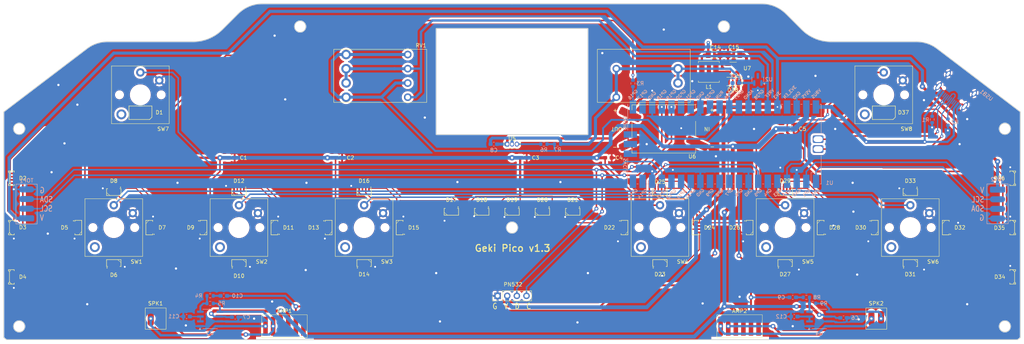
<source format=kicad_pcb>
(kicad_pcb (version 20240108) (generator "pcbnew") (generator_version "8.0")
  (title_block (title "Geki Pico Main"))
  (layers (0 "F.Cu" signal) (31 "B.Cu" signal) (34 "B.Paste" user) (35 "F.Paste" user) (36 "B.SilkS" user "B.Silkscreen") (37 "F.SilkS" user "F.Silkscreen") (38 "B.Mask" user) (39 "F.Mask" user) (44 "Edge.Cuts" user))
  (net 0 "")
  (net 1 "GND")
  (net 2 "+5V")
  (net 3 "+3V3")
  (net 4 "Net-(C10-Pad2)")
  (net 5 "Net-(U3-+IN)")
  (net 6 "Net-(D1-Out)")
  (net 7 "Net-(D1-In)")
  (net 8 "Net-(D2-Out)")
  (net 9 "Net-(D23-Out)")
  (net 10 "Net-(D24-Out)")
  (net 11 "Net-(D25-Out)")
  (net 12 "Net-(D6-Out)")
  (net 13 "Net-(D8-Out)")
  (net 14 "Net-(D10-In)")
  (net 15 "Net-(D10-Out)")
  (net 16 "Net-(D11-Out)")
  (net 17 "Net-(D12-Out)")
  (net 18 "Net-(D13-Out)")
  (net 19 "Net-(D14-Out)")
  (net 20 "Net-(D15-Out)")
  (net 21 "Net-(D16-Out)")
  (net 22 "Net-(USB1-CC1)")
  (net 23 "Net-(USB1-CC2)")
  (net 24 "Net-(U3--IN)")
  (net 25 "Net-(C9-Pad2)")
  (net 26 "Net-(U4-+IN)")
  (net 27 "Net-(U5-VOUT)")
  (net 28 "GNDREF")
  (net 29 "/K1")
  (net 30 "/K2")
  (net 31 "/K3")
  (net 32 "/K4")
  (net 33 "/K5")
  (net 34 "/K6")
  (net 35 "/K7")
  (net 36 "/K8")
  (net 37 "VREF")
  (net 38 "/SLIDE")
  (net 39 "Net-(U1-VBUS)")
  (net 42 "/SCL1")
  (net 46 "/SCL0")
  (net 51 "/SDA1")
  (net 53 "/SDA0")
  (net 56 "Net-(U1-USB1)")
  (net 57 "Net-(U1-USB2)")
  (net 58 "Net-(U4--IN)")
  (net 59 "Net-(D7-Out)")
  (net 60 "Net-(D3-Out)")
  (net 61 "Net-(D4-Out)")
  (net 62 "Net-(D5-Out)")
  (net 63 "Net-(D17-Out)")
  (net 64 "Net-(D18-Out)")
  (net 65 "Net-(D19-Out)")
  (net 66 "Net-(D20-Out)")
  (net 67 "Net-(D21-Out)")
  (net 68 "Net-(D22-Out)")
  (net 69 "Net-(D26-Out)")
  (net 70 "Net-(D27-Out)")
  (net 71 "Net-(D28-Out)")
  (net 72 "Net-(D29-Out)")
  (net 73 "Net-(D30-Out)")
  (net 74 "Net-(D31-Out)")
  (net 75 "Net-(D32-Out)")
  (net 76 "Net-(D33-Out)")
  (net 77 "Net-(D34-Out)")
  (net 78 "Net-(D35-Out)")
  (net 79 "Net-(D36-Out)")
  (net 82 "Net-(AMP1-Pin_5)")
  (net 83 "Net-(AMP1-Pin_6)")
  (net 84 "Net-(AMP2-Pin_6)")
  (net 85 "Net-(AMP2-Pin_5)")
  (net 90 "Net-(U1-GPIO16)")
  (net 91 "/AUDIO_R")
  (net 92 "/AUDIO_L")
  (net 93 "+VHALL")
  (net 94 "Net-(D38-A)")
  (footprint "Inductor_SMD:L_Changjiang_FNR5020S" (layer "F.Cu") (at 266.096 104.024)
    (property "Reference" "L1")
    (property "Value" "22uH")
  )
  (footprint "geki_main:SW_Kailh_Choc_V1V2_1.00u_LED" (layer "F.Cu") (at 116.196 110.074)
    (property "Reference" "SW7")
    (property "Value" "SW_DIP_x01" (hide yes))
  )
  (footprint "geki_main:WS2812B-4020_UP" (layer "F.Cu") (at 198.196 139.274)
    (property "Reference" "D17")
    (property "Value" "WS2812B_Unified" (hide yes))
  )
  (footprint "geki_main:WS2812B-4020_UP" (layer "F.Cu") (at 319.196 156.074 180)
    (property "Reference" "D31")
    (property "Value" "WS2812B_Unified" (hide yes))
  )
  (footprint "geki_main:WS2812B-4020_UP" (layer "F.Cu") (at 153.196 145.074 -90)
    (property "Reference" "D11")
    (property "Value" "WS2812B_Unified" (hide yes))
  )
  (footprint "geki_main:Solder_2P" (layer "F.Cu") (at 310.196 169.074 -90)
    (property "Reference" "SPK2")
    (property "Value" "Conn_01x02" (hide yes))
  )
  (footprint "geki_main:WS2812B-4020" (layer "F.Cu") (at 82.196 145.074 90)
    (property "Reference" "D3")
    (property "Value" "WS2812B_Unified" (hide yes))
  )
  (footprint "geki_main:8002A_TAP" (layer "F.Cu") (at 274.196 171.074 -90)
    (property "Reference" "AMP2")
    (property "Value" "Conn_01x06" (hide yes))
  )
  (footprint "geki_main:WS2812B-4020_UP" (layer "F.Cu") (at 175.196 156.074 180)
    (property "Reference" "D14")
    (property "Value" "WS2812B_Unified" (hide yes))
  )
  (footprint "Capacitor_SMD:C_0603_1608Metric_Pad1.08x0.95mm_HandSolder" (layer "F.Cu") (at 287.596 119.074)
    (property "Reference" "C5")
    (property "Value" "1uF" (hide yes))
  )
  (footprint "geki_main:WS2812B-4020_UP" (layer "F.Cu") (at 275.196 145.074 90)
    (property "Reference" "D26")
    (property "Value" "WS2812B_Unified" (hide yes))
  )
  (footprint "geki_main:WS2812B-4020_UP" (layer "F.Cu") (at 330.196 145.074 -90)
    (property "Reference" "D32")
    (property "Value" "WS2812B_Unified" (hide yes))
  )
  (footprint "geki_main:RS45112A400G_RS45N1214001" (layer "F.Cu") (at 214.196 105.074)
    (property "Reference" "RV1")
    (property "Value" "R_Potentiometer_Dual" (hide yes))
  )
  (footprint "geki_main:WS2812B-4020_UP" (layer "F.Cu") (at 242.196 145.074 90)
    (property "Reference" "D22")
    (property "Value" "WS2812B_Unified" (hide yes))
  )
  (footprint "geki_main:WS2812B-2835" (layer "F.Cu") (at 312.196 114.774)
    (property "Reference" "D37")
    (property "Value" "WS2812B_Unified" (hide yes))
  )
  (footprint "geki_main:SW_Kailh_Choc_V1V2_1.00u_LED" (layer "F.Cu") (at 109.196 145.074)
    (property "Reference" "SW1")
    (property "Value" "SW_DIP_x01" (hide yes))
  )
  (footprint "geki_main:WS2812B-4020_UP" (layer "F.Cu") (at 253.196 134.074)
    (property "Reference" "D25")
    (property "Value" "WS2812B_Unified" (hide yes))
  )
  (footprint "Capacitor_SMD:C_1206_3216Metric_Pad1.33x1.80mm_HandSolder" (layer "F.Cu") (at 272.696 99.474 180)
    (property "Reference" "C15")
    (property "Value" "22uF")
  )
  (footprint "Capacitor_SMD:C_0603_1608Metric_Pad1.08x0.95mm_HandSolder" (layer "F.Cu") (at 239.596 126.674)
    (property "Reference" "C4")
    (property "Value" "1uF" (hide yes))
  )
  (footprint "geki_main:SW_Kailh_Choc_V1V2_1.00u_LED" (layer "F.Cu") (at 142.196 145.074)
    (property "Reference" "SW2")
    (property "Value" "SW_DIP_x01" (hide yes))
  )
  (footprint "geki_main:WS2812B-4020_UP" (layer "F.Cu") (at 142.196 134.074)
    (property "Reference" "D12")
    (property "Value" "WS2812B_Unified" (hide yes))
  )
  (footprint "Package_TO_SOT_SMD:SOT-23-5_HandSoldering" (layer "F.Cu") (at 272.496 103.074 180)
    (property "Reference" "U7")
    (property "Value" "HT7750A")
  )
  (footprint "geki_main:WS2812B-4020" (layer "F.Cu") (at 82.196 158.074 90)
    (property "Reference" "D4")
    (property "Value" "WS2812B_Unified" (hide yes))
  )
  (footprint "geki_main:WS2812B-4020_UP" (layer "F.Cu") (at 175.196 134.074)
    (property "Reference" "D16")
    (property "Value" "WS2812B_Unified" (hide yes))
  )
  (footprint "geki_main:WS2812B-4020_UP" (layer "F.Cu") (at 308.196 145.074 90)
    (property "Reference" "D30")
    (property "Value" "WS2812B_Unified" (hide yes))
  )
  (footprint "geki_main:WS2812B-4020_UP" (layer "F.Cu") (at 120.196 145.074 -90)
    (property "Reference" "D7")
    (property "Value" "WS2812B_Unified" (hide yes))
  )
  (footprint "geki_main:WS2812B-4020" (layer "F.Cu") (at 346.196 145.074 -90)
    (property "Reference" "D35")
    (property "Value" "WS2812B_Unified" (hide yes))
  )
  (footprint "geki_main:WS2812B-4020_UP" (layer "F.Cu") (at 319.196 134.074)
    (property "Reference" "D33")
    (property "Value" "WS2812B_Unified" (hide yes))
  )
  (footprint "geki_main:WS2812B-4020_UP" (layer "F.Cu") (at 206.196 139.274)
    (property "Reference" "D18")
    (property "Value" "WS2812B_Unified" (hide yes))
  )
  (footprint "geki_main:WS2812B-4020_UP" (layer "F.Cu") (at 297.196 145.074 -90)
    (property "Reference" "D28")
    (property "Value" "WS2812B_Unified" (hide yes))
  )
  (footprint "geki_main:SS49E_Bend" (layer "F.Cu") (at 212.926 123.074)
    (property "Reference" "U5")
    (property "Value" "SS49E" (hide yes))
  )
  (footprint "Capacitor_SMD:C_0603_1608Metric_Pad1.08x0.95mm_HandSolder" (layer "F.Cu") (at 140.196 126.674)
    (property "Reference" "C1")
    (property "Value" "1uF" (hide yes))
  )
  (footprint "geki_main:WS2812B-4020_UP" (layer "F.Cu") (at 253.196 156.074 180)
    (property "Reference" "D23")
    (property "Value" "WS2812B_Unified" (hide yes))
  )
  (footprint "geki_main:WS2812B-4020" (layer "F.Cu") (at 346.196 132.074 -90)
    (property "Reference" "D36")
    (property "Value" "WS2812B_Unified" (hide yes))
  )
  (footprint "geki_main:WS2812B-4020_UP" (layer "F.Cu") (at 264.196 145.074 -90)
    (property "Reference" "D24")
    (property "Value" "WS2812B_Unified" (hide yes))
  )
  (footprint "geki_main:SW_Kailh_Choc_V1V2_1.00u_LED" (layer "F.Cu") (at 175.196 145.074)
    (property "Reference" "SW3")
    (property "Value" "SW_DIP_x01" (hide yes))
  )
  (footprint "geki_main:WS2812B-2835" (layer "F.Cu") (at 116.196 114.774)
    (property "Reference" "D1")
    (property "Value" "WS2812B_Unified" (hide yes))
  )
  (footprint "geki_main:DCDC_3to5" (layer "F.Cu") (at 254.196 119.074 180)
    (property "Reference" "U6")
    (property "Value" "DC/DC")
  )
  (footprint "geki_main:WS2812B-4020" (layer "F.Cu") (at 346.196 158.074 -90)
    (property "Reference" "D34")
    (property "Value" "WS2812B_Unified" (hide yes))
  )
  (footprint "geki_main:8002A_TAP" (layer "F.Cu") (at 154.196 171.074 -90)
    (property "Reference" "AMP1")
    (property "Value" "Conn_01x06" (hide yes))
  )
  (footprint "Diode_SMD:D_1206_3216Metric_Pad1.42x1.75mm_HandSolder" (layer "F.Cu") (at 272.396 106.574 180)
    (property "Reference" "D38")
    (property "Value" "SS14")
  )
  (footprint "geki_main:WS2812B-4020_UP" (layer "F.Cu") (at 222.196 139.274)
    (property "Reference" "D20")
    (property "Value" "WS2812B_Unified" (hide yes))
  )
  (footprint "geki_main:SW_Kailh_Choc_V1V2_1.00u_LED" (layer "F.Cu") (at 253.196 145.074)
    (property "Reference" "SW4")
    (property "Value" "SW_DIP_x01" (hide yes))
  )
  (footprint "geki_main:WS2812B-4020_UP" (layer "F.Cu") (at 186.196 145.074 -90)
    (property "Reference" "D15")
    (property "Value" "WS2812B_Unified" (hide yes))
  )
  (footprint "geki_main:SW_Kailh_Choc_V1V2_1.00u_LED" (layer "F.Cu") (at 312.196 110.074)
    (property "Reference" "SW8")
    (property "Value" "SW_DIP_x01" (hide yes))
  )
  (footprint "geki_main:WS2812B-4020_UP" (layer "F.Cu") (at 109.196 156.074 180)
    (property "Reference" "D6")
    (property "Value" "WS2812B_Unified" (hide yes))
  )
  (footprint "geki_main:WS2812B-4020_UP" (layer "F.Cu") (at 131.196 145.074 90)
    (property "Reference" "D9")
    (property "Value" "WS2812B_Unified" (hide yes))
  )
  (footprint "geki_main:Solder_2P" (layer "F.Cu") (at 120.196 169.074 -90)
    (property "Reference" "SPK1")
    (property "Value" "Conn_01x02" (hide yes))
  )
  (footprint "geki_main:WS2812B-4020_UP" (layer "F.Cu") (at 286.196 134.074)
    (property "Reference" "D29")
    (property "Value" "WS2812B_Unified" (hide yes))
  )
  (footprint "geki_main:WS2812B-4020_UP" (layer "F.Cu") (at 230.196 139.274)
    (property "Reference" "D21")
    (property "Value" "WS2812B_Unified" (hide yes))
  )
  (footprint "geki_main:WS2812B-4020_UP" (layer "F.Cu") (at 286.196 156.074 180)
    (property "Reference" "D27")
    (property "Value" "WS2812B_Unified" (hide yes))
  )
  (footprint "geki_main:SW_Kailh_Choc_V1V2_1.00u_LED" (layer "F.Cu") (at 286.196 145.074)
    (property "Reference" "SW5")
    (property "Value" "SW_DIP_x01" (hide yes))
  )
  (footprint "Connector_PinHeader_2.54mm:PinHeader_1x04_P2.54mm_Vertical" (layer "F.Cu") (at 210.386 163.074 90)
    (property "Reference" "PN532")
    (property "Value" "Conn_01x04" (hide yes))
  )
  (footprint "geki_main:WS2812B-4020_UP" (layer "F.Cu") (at 98.196 145.074 90)
    (property "Reference" "D5")
    (property "Value" "WS2812B_Unified" (hide yes))
  )
  (footprint "geki_main:SW_Kailh_Choc_V1V2_1.00u_LED" (layer "F.Cu") (at 319.196 145.074)
    (property "Reference" "SW6")
    (property "Value" "SW_DIP_x01" (hide yes))
  )
  (footprint "geki_main:WS2812B-4020_UP" (layer "F.Cu") (at 142.196 156.074 180)
    (property "Reference" "D10")
    (property "Value" "WS2812B_Unified" (hide yes))
  )
  (footprint "geki_main:WS2812B-4020_UP" (layer "F.Cu") (at 109.196 134.074)
    (property "Reference" "D8")
    (property "Value" "WS2812B_Unified" (hide yes))
  )
  (footprint "Capacitor_SMD:C_1206_3216Metric_Pad1.33x1.80mm_HandSolder" (layer "F.Cu") (at 267.496 99.474)
    (property "Reference" "C14")
    (property "Value" "22uF")
  )
  (footprint "geki_main:WS2812B-4020_UP" (layer "F.Cu") (at 164.196 145.074 90)
    (property "Reference" "D13")
    (property "Value" "WS2812B_Unified" (hide yes))
  )
  (footprint "Capacitor_SMD:C_0603_1608Metric_Pad1.08x0.95mm_HandSolder" (layer "F.Cu") (at 217.196 126.674)
    (property "Reference" "C3")
    (property "Value" "1uF" (hide yes))
  )
  (footprint "Capacitor_SMD:C_0603_1608Metric_Pad1.08x0.95mm_HandSolder" (layer "F.Cu") (at 168.52725 126.674)
    (property "Reference" "C2")
    (property "Value" "1uF" (hide yes))
  )
  (footprint "geki_main:WS2812B-4020_UP" (layer "F.Cu") (at 214.196 139.274)
    (property "Reference" "D19")
    (property "Value" "WS2812B_Unified" (hide yes))
  )
  (footprint "geki_main:WS2812B-4020" (layer "F.Cu") (at 82.196 132.074 90)
    (property "Reference" "D2")
    (property "Value" "WS2812B_Unified" (hide yes))
  )
  (footprint "Type-C:HRO-TYPE-C-31-M-12-Assembly" (layer "B.Cu") (at 334.196 105.074 -37.3)
    (property "Reference" "USB1")
    (property "Value" "U262-161N-4BVC11" (hide yes))
  )
  (footprint "Resistor_SMD:R_0603_1608Metric" (layer "B.Cu") (at 226.196 123.074)
    (property "Reference" "R7")
    (property "Value" "20K" (hide yes))
  )
  (footprint "Capacitor_SMD:C_0603_1608Metric_Pad1.08x0.95mm_HandSolder" (layer "B.Cu") (at 288.596 168.534)
    (property "Reference" "C12")
    (property "Value" "1uF" (hide yes))
  )
  (footprint "geki_main:Solder_4P" (layer "B.Cu") (at 86.196 142.624)
    (property "Reference" "TOF1")
    (property "Value" "Conn_01x04" (hide yes))
  )
  (footprint "Capacitor_SMD:C_0603_1608Metric_Pad1.08x0.95mm_HandSolder" (layer "B.Cu") (at 273.196 106.949 180)
    (property "Reference" "C13")
    (property "Value" "1nF" (hide yes))
  )
  (footprint "Resistor_SMD:R_0603_1608Metric" (layer "B.Cu") (at 291.796 163.474)
    (property "Reference" "R8")
    (property "Value" "10K" (hide yes))
  )
  (footprint "Package_TO_SOT_SMD:SOT-23" (layer "B.Cu") (at 278.996 106.0115 90)
    (property "Reference" "U2")
    (property "Value" "LM4040DBZ-3" (hide yes))
  )
  (footprint "Capacitor_SMD:C_0603_1608Metric_Pad1.08x0.95mm_HandSolder" (layer "B.Cu") (at 301.596 168.874)
    (property "Reference" "C6")
    (property "Value" "1uF" (hide yes))
  )
  (footprint "Resistor_SMD:R_0603_1608Metric" (layer "B.Cu") (at 324.946 116.574 -90)
    (property "Reference" "R1")
    (property "Value" "5K1" (hide yes))
  )
  (footprint "Resistor_SMD:R_0603_1608Metric" (layer "B.Cu") (at 222.596 123.074)
    (property "Reference" "R6")
    (property "Value" "10K" (hide yes))
  )
  (footprint "Resistor_SMD:R_0603_1608Metric" (layer "B.Cu") (at 246.066 107.074 -90)
    (property "Reference" "R3")
    (property "Value" "10" (hide yes))
  )
  (footprint "Capacitor_SMD:C_0603_1608Metric_Pad1.08x0.95mm_HandSolder" (layer "B.Cu") (at 288.196 163.474)
    (property "Reference" "C9")
    (property "Value" "0.1uF" (hide yes))
  )
  (footprint "Resistor_SMD:R_0603_1608Metric" (layer "B.Cu") (at 293.446 165.074)
    (property "Reference" "R9")
    (property "Value" "20K" (hide yes))
  )
  (footprint "Capacitor_SMD:C_0603_1608Metric_Pad1.08x0.95mm_HandSolder" (layer "B.Cu") (at 141.196 168.674)
    (property "Reference" "C7")
    (property "Value" "1uF" (hide yes))
  )
  (footprint "Capacitor_SMD:C_0603_1608Metric_Pad1.08x0.95mm_HandSolder" (layer "B.Cu") (at 138.196 163.074 180)
    (property "Reference" "C10")
    (property "Value" "0.1uF" (hide yes))
  )
  (footprint "Resistor_SMD:R_0603_1608Metric" (layer "B.Cu") (at 329.096 117.274 -90)
    (property "Reference" "R2")
    (property "Value" "5K1" (hide yes))
  )
  (footprint "Package_SO:SO-8_3.9x4.9mm_P1.27mm" (layer "B.Cu") (at 134.596 169.169)
    (property "Reference" "U3")
    (property "Value" "8002A" (hide yes))
  )
  (footprint "Resistor_SMD:R_0603_1608Metric" (layer "B.Cu") (at 134.596 163.074 180)
    (property "Reference" "R4")
    (property "Value" "10K" (hide yes))
  )
  (footprint "Package_SO:SO-8_3.9x4.9mm_P1.27mm" (layer "B.Cu") (at 295.196 169.169)
    (property "Reference" "U4")
    (property "Value" "8002A" (hide yes))
  )
  (footprint "geki_main:RPi_Pico_SMD_Pins" (layer "B.Cu") (at 270.196 123.074 90)
    (property "Reference" "U1")
    (property "Value" "PiPico" (hide yes))
  )
  (footprint "Capacitor_SMD:C_0603_1608Metric_Pad1.08x0.95mm_HandSolder" (layer "B.Cu") (at 209.396 123.074 180)
    (property "Reference" "C8")
    (property "Value" "1uF" (hide yes))
  )
  (footprint "geki_main:Solder_4P" (layer "B.Cu") (at 342.196 135.074 180)
    (property "Reference" "TOF2")
    (property "Value" "Conn_01x04" (hide yes))
  )
  (footprint "Resistor_SMD:R_0603_1608Metric" (layer "B.Cu") (at 134.596 165.074)
    (property "Reference" "R5")
    (property "Value" "20K" (hide yes))
  )
  (footprint "Capacitor_SMD:C_0603_1608Metric_Pad1.08x0.95mm_HandSolder" (layer "B.Cu") (at 128.396 168.534)
    (property "Reference" "C11")
    (property "Value" "1uF" (hide yes))
  )
  (gr_circle (center 84.253127 119.022762) (end 85.753127 119.022762) (stroke (width 0.2)) (fill none) (layer "Edge.Cuts"))
  (gr_line (start 234.196 120.574) (end 234.196 92.574) (stroke (width 0.2)) (layer "Edge.Cuts"))
  (gr_arc (start 320.8271 96.074) (mid 323.688745 96.541032) (end 326.253414 97.89366) (stroke (width 0.2)) (layer "Edge.Cuts"))
  (gr_line (start 234.196 120.574) (end 194.196 120.574) (stroke (width 0.2)) (layer "Edge.Cuts"))
  (gr_line (start 320.8271 96.074) (end 298.3381 96.074) (stroke (width 0.2)) (layer "Edge.Cuts"))
  (gr_line (start 141.974176 88.710038) (end 137.832039 92.852175) (stroke (width 0.2)) (layer "Edge.Cuts"))
  (gr_line (start 234.196 92.574) (end 194.196 92.574) (stroke (width 0.2)) (layer "Edge.Cuts"))
  (gr_line (start 80.196 114.570025) (end 80.196 174.070744) (stroke (width 0.2)) (layer "Edge.Cuts"))
  (gr_circle (center 344.138873 171.125238) (end 345.638873 171.125238) (stroke (width 0.2)) (fill none) (layer "Edge.Cuts"))
  (gr_line (start 280.0539 86.074) (end 214.196 86.074) (stroke (width 0.2)) (layer "Edge.Cuts"))
  (gr_line (start 290.559961 92.852175) (end 286.417825 88.710039) (stroke (width 0.2)) (layer "Edge.Cuts"))
  (gr_circle (center 270.053864 92.074) (end 271.553864 92.074) (stroke (width 0.2)) (fill none) (layer "Edge.Cuts"))
  (gr_arc (start 280.0539 86.074) (mid 283.498028 86.759091) (end 286.417825 88.710039) (stroke (width 0.2)) (layer "Edge.Cuts"))
  (gr_circle (center 84.253127 171.125238) (end 85.753127 171.125238) (stroke (width 0.2)) (fill none) (layer "Edge.Cuts"))
  (gr_line (start 102.119008 97.908539) (end 80.196 114.570025) (stroke (width 0.2)) (layer "Edge.Cuts"))
  (gr_line (start 214.196 86.074) (end 148.338135 86.074) (stroke (width 0.2)) (layer "Edge.Cuts"))
  (gr_line (start 194.196 120.574) (end 194.196 92.574) (stroke (width 0.2)) (layer "Edge.Cuts"))
  (gr_line (start 348.196 174.070744) (end 348.196 114.570025) (stroke (width 0.2)) (layer "Edge.Cuts"))
  (gr_line (start 348.196 114.570025) (end 326.253414 97.89366) (stroke (width 0.2)) (layer "Edge.Cuts"))
  (gr_circle (center 158.338136 92.074) (end 159.838136 92.074) (stroke (width 0.2)) (fill none) (layer "Edge.Cuts"))
  (gr_arc (start 137.832039 92.852175) (mid 134.263381 95.236675) (end 130.053863 96.074) (stroke (width 0.2)) (layer "Edge.Cuts"))
  (gr_arc (start 298.3381 96.074) (mid 294.128605 95.236668) (end 290.559961 92.852175) (stroke (width 0.2)) (layer "Edge.Cuts"))
  (gr_line (start 80.196 174.070744) (end 80.925598 174.625238) (stroke (width 0.2)) (layer "Edge.Cuts"))
  (gr_line (start 347.466402 174.625238) (end 348.196 174.070744) (stroke (width 0.2)) (layer "Edge.Cuts"))
  (gr_arc (start 102.119008 97.908539) (mid 104.691529 96.544957) (end 107.564754 96.074) (stroke (width 0.2)) (layer "Edge.Cuts"))
  (gr_arc (start 141.974176 88.710038) (mid 144.893985 86.759084) (end 148.338135 86.074) (stroke (width 0.2)) (layer "Edge.Cuts"))
  (gr_line (start 80.925598 174.625238) (end 347.466402 174.625238) (stroke (width 0.2)) (layer "Edge.Cuts"))
  (gr_circle (center 214.196 145.074) (end 215.696 145.074) (stroke (width 0.2)) (fill none) (layer "Edge.Cuts"))
  (gr_circle (center 344.138873 119.022762) (end 345.638873 119.022762) (stroke (width 0.2)) (fill none) (layer "Edge.Cuts"))
  (gr_line (start 130.053863 96.074) (end 107.564754 96.074) (stroke (width 0.2)) (layer "Edge.Cuts"))
  (gr_text "V\nSCL\nSDA\nG" (at 338.796 138.874 0) (layer "B.SilkS") (effects (font (size 1.5 1.2) (thickness 0.2) (bold yes)) (justify left mirror)))
  (gr_text "G\nSDA\nSCL\nV" (at 89.596 138.874 0) (layer "B.SilkS") (effects (font (size 1.5 1.2) (thickness 0.2) (bold yes)) (justify right mirror)))
  (gr_text "G  V  D  C" (at 208.946 165.824 0) (layer "F.SilkS") (effects (font (size 1.5 1.2) (thickness 0.2) (bold yes)) (justify left)))
  (gr_text "Geki Pico v1.3" (at 204.196 151.574 0) (layer "F.SilkS") (effects (font (size 1.8 1.8) (thickness 0.3) (bold yes)) (justify left bottom)))
  (segment (start 131.846 147.974) (end 131.846 146.349) (width 0.4) (layer "F.Cu") (net 1))
  (segment (start 155.196 166.074) (end 155.196 171.074) (width 1) (layer "F.Cu") (net 1))
  (segment (start 228.921 141.549) (end 228.921 139.924) (width 0.4) (layer "F.Cu") (net 1))
  (segment (start 256.596 129.874) (end 255.396 129.874) (width 0.4) (layer "F.Cu") (net 1))
  (segment (start 139.446 134.724) (end 140.921 134.724) (width 0.4) (layer "F.Cu") (net 1))
  (segment (start 82.846 160.974) (end 82.846 159.349) (width 0.4) (layer "F.Cu") (net 1))
  (segment (start 82.846 147.974) (end 82.846 146.349) (width 0.4) (layer "F.Cu") (net 1))
  (segment (start 164.846 147.974) (end 164.846 146.349) (width 0.4) (layer "F.Cu") (net 1))
  (segment (start 298.896 144.524) (end 298.171 143.799) (width 0.4) (layer "F.Cu") (net 1))
  (segment (start 275.196 164.324) (end 275.196 171.074) (width 1) (layer "F.Cu") (net 1))
  (segment (start 274.196 163.324) (end 275.196 164.324) (width 1) (layer "F.Cu") (net 1))
  (segment (start 298.171 143.799) (end 296.546 143.799) (width 0.4) (layer "F.Cu") (net 1))
  (segment (start 220.921 141.549) (end 220.921 139.924) (width 0.4) (layer "F.Cu") (net 1))
  (segment (start 271.1335 99.474) (end 271.1335 102.1115) (width 0.6) (layer "F.Cu") (net 1))
  (segment (start 152.546 142.174) (end 152.546 143.799) (width 0.4) (layer "F.Cu") (net 1))
  (segment (start 289.096 155.424) (end 287.471 155.424) (width 0.4) (layer "F.Cu") (net 1))
  (segment (start 289.821 156.149) (end 289.096 155.424) (width 0.4) (layer "F.Cu") (net 1))
  (segment (start 265.896 144.874) (end 264.821 143.799) (width 0.4) (layer "F.Cu") (net 1))
  (segment (start 228.196 142.274) (end 228.921 141.549) (width 0.4) (layer "F.Cu") (net 1))
  (segment (start 322.821 156.149) (end 322.096 155.424) (width 0.4) (layer "F.Cu") (net 1))
  (segment (start 316.296 134.724) (end 317.921 134.724) (width 0.4) (layer "F.Cu") (net 1))
  (segment (start 254.471 157.049) (end 254.471 155.424) (width 0.4) (layer "F.Cu") (net 1))
  (segment (start 322.096 155.424) (end 320.471 155.424) (width 0.4) (layer "F.Cu") (net 1))
  (segment (start 112.096 155.424) (end 110.471 155.424) (width 0.4) (layer "F.Cu") (net 1))
  (segment (start 331.796 143.799) (end 329.546 143.799) (width 0.4) (layer "F.Cu") (net 1))
  (segment (start 242.121 148.699) (end 242.846 147.974) (width 0.4) (layer "F.Cu") (net 1))
  (segment (start 308.121 148.699) (end 308.846 147.974) (width 0.4) (layer "F.Cu") (net 1))
  (segment (start 275.846 147.974) (end 275.846 146.349) (width 0.4) (layer "F.Cu") (net 1))
  (segment (start 251.921 133.349) (end 251.921 134.724) (width 0.4) (layer "F.Cu") (net 1))
  (segment (start 196.396 143.274) (end 196.921 142.749) (width 0.4) (layer "F.Cu") (net 1))
  (segment (start 178.096 155.424) (end 176.471 155.424) (width 0.4) (layer "F.Cu") (net 1))
  (segment (start 98.846 147.974) (end 98.846 146.349) (width 0.4) (layer "F.Cu") (net 1))
  (segment (start 204.921 141.349) (end 204.921 139.924) (width 0.4) (layer "F.Cu") (net 1))
  (segment (start 242.846 147.974) (end 242.846 146.349) (width 0.4) (layer "F.Cu") (net 1))
  (segment (start 150.946 164.574) (end 153.696 164.574) (width 1) (layer "F.Cu") (net 1))
  (segment (start 212.196 142.274) (end 212.921 141.549) (width 0.4) (layer "F.Cu") (net 1))
  (segment (start 255.396 129.874) (end 251.921 133.349) (width 0.4) (layer "F.Cu") (net 1))
  (segment (start 345.546 155.174) (end 345.546 156.799) (width 0.4) (layer "F.Cu") (net 1))
  (segment (start 220.196 142.274) (end 220.921 141.549) (width 0.4) (layer "F.Cu") (net 1))
  (segment (start 185.546 142.174) (end 185.546 143.799) (width 0.4) (layer "F.Cu") (net 1))
  (segment (start 171.796 134.074) (end 172.446 134.724) (width 0.4) (layer "F.Cu") (net 1))
  (segment (start 264.821 143.799) (end 263.546 143.799) (width 0.4) (layer "F.Cu") (net 1))
  (segment (start 284.921 129.274) (end 284.921 134.724) (width 0.4) (layer "F.Cu") (net 1))
  (segment (start 212.921 141.549) (end 212.921 139.924) (width 0.4) (layer "F.Cu") (net 1))
  (segment (start 308.846 147.974) (end 308.846 146.349) (width 0.4) (layer "F.Cu") (net 1))
  (segment (start 138.796 134.074) (end 139.446 134.724) (width 0.4) (layer "F.Cu") (net 1))
  (segment (start 275.121 148.699) (end 275.846 147.974) (width 0.4) (layer "F.Cu") (net 1))
  (segment (start 196.921 142.749) (end 196.921 139.924) (width 0.4) (layer "F.Cu") (net 1))
  (segment (start 204.196 142.074) (end 204.921 141.349) (width 0.4) (layer "F.Cu") (net 1))
  (segment (start 253.746 157.774) (end 254.471 157.049) (width 0.4) (layer "F.Cu") (net 1))
  (segment (start 145.096 155.424) (end 143.471 155.424) (width 0.4) (layer "F.Cu") (net 1))
  (segment (start 106.296 134.724) (end 107.921 134.724) (width 0.4) (layer "F.Cu") (net 1))
  (segment (start 269.0585 99.474) (end 271.1335 99.474) (width 1) (layer "F.Cu") (net 1))
  (segment (start 172.446 134.724) (end 173.921 134.724) (width 0.4) (layer "F.Cu") (net 1))
  (segment (start 345.546 129.174) (end 345.546 130.799) (width 0.4) (layer "F.Cu") (net 1))
  (segment (start 119.546 142.174) (end 119.546 143.799) (width 0.4) (layer "F.Cu") (net 1))
  (segment (start 153.696 164.574) (end 155.196 166.074) (width 1) (layer "F.Cu") (net 1))
  (segment (start 345.546 142.174) (end 345.546 143.799) (width 0.4) (layer "F.Cu") (net 1))
  (segment (start 82.846 134.974) (end 82.846 133.349) (width 0.4) (layer "F.Cu") (net 1))
  (via (at 303.996 133.274) (size 1.2) (drill 0.6) (layers "F.Cu" "B.Cu") (net 1))
  (via (at 249.696 123.074) (size 1.2) (drill 0.6) (layers "F.Cu" "B.Cu") (net 1))
  (via (at 92.796 130.474) (size 1.2) (drill 0.6) (layers "F.Cu" "B.Cu") (net 1))
  (via (at 231.446 170.074) (size 1.2) (drill 0.6) (layers "F.Cu" "B.Cu") (net 1))
  (via (at 164.846 147.974) (size 1) (drill 0.5) (layers "F.Cu" "B.Cu") (net 1))
  (via (at 331.796 143.799) (size 1) (drill 0.5) (layers "F.Cu" "B.Cu") (net 1))
  (via (at 345.546 155.174) (size 1) (drill 0.5) (layers "F.Cu" "B.Cu") (net 1))
  (via (at 154.396 111.274) (size 1.2) (drill 0.6) (layers "F.Cu" "B.Cu") (net 1))
  (via (at 334.196 165.274) (size 1.2) (drill 0.6) (layers "F.Cu" "B.Cu") (net 1))
  (via (at 220.196 142.274) (size 1) (drill 0.5) (layers "F.Cu" "B.Cu") (net 1))
  (via (at 171.796 134.074) (size 1) (drill 0.5) (layers "F.Cu" "B.Cu") (net 1))
  (via (at 334.196 116.474) (size 1.2) (drill 0.6) (layers "F.Cu" "B.Cu") (net 1))
  (via (at 261.696 106.474) (size 1.2) (drill 0.6) (layers "F.Cu" "B.Cu") (net 1))
  (via (at 304.196 140.874) (size 1.2) (drill 0.6) (layers "F.Cu" "B.Cu") (net 1))
  (via (at 254.196 92.874) (size 1.2) (drill 0.6) (layers "F.Cu" "B.Cu") (net 1))
  (via (at 316.296 134.724) (size 1) (drill 0.5) (layers "F.Cu" "B.Cu") (net 1))
  (via (at 345.546 129.174) (size 1) (drill 0.5) (layers "F.Cu" "B.Cu") (net 1))
  (via (at 265.896 144.874) (size 1) (drill 0.5) (layers "F.Cu" "B.Cu") (net 1))
  (via (at 185.546 142.174) (size 1) (drill 0.5) (layers "F.Cu" "B.Cu") (net 1))
  (via (at 112.096 155.424) (size 1) (drill 0.5) (layers "F.Cu" "B.Cu") (net 1))
  (via (at 308.121 148.699) (size 1) (drill 0.5) (layers "F.Cu" "B.Cu") (net 1))
  (via (at 253.746 157.774) (size 1) (drill 0.5) (layers "F.Cu" "B.Cu") (net 1))
  (via (at 305.596 169.274) (size 1.2) (drill 0.6) (layers "F.Cu" "B.Cu") (net 1))
  (via (at 82.846 134.974) (size 1) (drill 0.5) (layers "F.Cu" "B.Cu") (net 1))
  (via (at 228.196 142.274) (size 1) (drill 0.5) (layers "F.Cu" "B.Cu") (net 1))
  (via (at 82.846 147.974) (size 1) (drill 0.5) (layers "F.Cu" "B.Cu") (net 1))
  (via (at 294.196 105.074) (size 1.2) (drill 0.6) (layers "F.Cu" "B.Cu") (net 1))
  (via (at 267.946 126.274) (size 1.2) (drill 0.6) (layers "F.Cu" "B.Cu") (net 1))
  (via (at 131.846 147.974) (size 1) (drill 0.5) (layers "F.Cu" "B.Cu") (net 1))
  (via (at 99.596 112.674) (size 1.2) (drill 0.6) (layers "F.Cu" "B.Cu") (net 1))
  (via (at 128.196 170.874) (size 1.2) (drill 0.6) (layers "F.Cu" "B.Cu") (net 1))
  (via (at 226.946 133.074) (size 1.2) (drill 0.6) (layers "F.Cu" "B.Cu") (net 1))
  (via (at 146.196 169.074) (size 1.2) (drill 0.6) (layers "F.Cu" "B.Cu") (net 1))
  (via (at 289.246 129.874) (size 1) (drill 0.5) (layers "F.Cu" "B.Cu") (net 1))
  (via (at 191.196 116.074) (size 1.2) (drill 0.6) (layers "F.Cu" "B.Cu") (net 1))
  (via (at 284.921 129.274) (size 1) (drill 0.5) (layers "F.Cu" "B.Cu") (net 1))
  (via (at 195.196 169.824) (size 1.2) (drill 0.6) (layers "F.Cu" "B.Cu") (net 1))
  (via (at 196.396 143.274) (size 1) (drill 0.5) (layers "F.Cu" "B.Cu") (net 1))
  (via (at 242.121 148.699) (size 1) (drill 0.5) (layers "F.Cu" "B.Cu") (net 1))
  (via (at 289.821 156.149) (size 1) (drill 0.5) (layers "F.Cu" "B.Cu") (net 1))
  (via (at 322.796 111.474) (size 1.2) (drill 0.6) (layers "F.Cu" "B.Cu") (net 1))
  (via (at 212.196 142.274) (size 1) (drill 0.5) (layers "F.Cu" "B.Cu") (net 1))
  (via (at 159.796 156.274) (size 1.2) (drill 0.6) (layers "F.Cu" "B.Cu") (net 1))
  (via (at 145.096 155.424) (size 1) (drill 0.5) (layers "F.Cu" "B.Cu") (net 1))
  (via (at 119.546 142.174) (size 1) (drill 0.5) (layers "F.Cu" "B.Cu") (net 1))
  (via (at 125.596 155.874) (size 1.2) (drill 0.6) (layers "F.Cu" "B.Cu") (net 1))
  (via (at 204.196 142.074) (size 1) (drill 0.5) (layers "F.Cu" "B.Cu") (net 1))
  (via (at 258.796 118.874) (size 1) (drill 0.5) (layers "F.Cu" "B.Cu") (net 1))
  (via (at 102.196 165.274) (size 1.2) (drill 0.6) (layers "F.Cu" "B.Cu") (net 1))
  (via (at 305.196 157.474) (size 1.2) (drill 0.6) (layers "F.Cu" "B.Cu") (net 1))
  (via (at 251.146 130.224) (size 1) (drill 0.5) (layers "F.Cu" "B.Cu") (net 1))
  (via (at 91.796 146.674) (size 1.2) (drill 0.6) (layers "F.Cu" "B.Cu") (net 1))
  (via (at 275.121 148.699) (size 1) (drill 0.5) (layers "F.Cu" "B.Cu") (net 1))
  (via (at 199.796 133.074) (size 1.2) (drill 0.6) (layers "F.Cu" "B.Cu") (net 1))
  (via (at 276.496 105.274) (size 1.2) (drill 0.6) (layers "F.Cu" "B.Cu") (net 1))
  (via (at 94.596 107.474) (size 1.2) (drill 0.6) (layers "F.Cu" "B.Cu") (net 1))
  (via (at 152.546 142.174) (size 1) (drill 0.5) (layers "F.Cu" "B.Cu") (net 1))
  (via (at 125.996 133.274) (size 1.2) (drill 0.6) (layers "F.Cu" "B.Cu") (net 1))
  (via (at 264.446 165.074) (size 1.2) (drill 0.6) (layers "F.Cu" "B.Cu") (net 1))
  (via (at 256.596 129.874) (size 1) (drill 0.5) (layers "F.Cu" "B.Cu") (net 1))
  (via (at 277.996 119.074) (size 1.2) (drill 0.6) (layers "F.Cu" "B.Cu") (net 1))
  (via (at 237.996 99.074) (size 1.2) (drill 0.6) (layers "F.Cu" "B.Cu") (net 1))
  (via (at 299.396 119.074) (size 1.2) (drill 0.6) (layers "F.Cu" "B.Cu") (net 1))
  (via (at 345.546 142.174) (size 1) (drill 0.5) (layers "F.Cu" "B.Cu") (net 1))
  (via (at 178.096 155.424) (size 1) (drill 0.5) (layers "F.Cu" "B.Cu") (net 1))
  (via (at 298.896 144.524) (size 1) (drill 0.5) (layers "F.Cu" "B.Cu") (net 1))
  (via (at 278.996 108.874) (size 0.8) (drill 0.4) (layers "F.Cu" "B.Cu") (net 1))
  (via (at 96.196 122.874) (size 1.2) (drill 0.6) (layers "F.Cu" "B.Cu") (net 1))
  (via (at 251.146 108.974) (size 1) (drill 0.5) (layers "F.Cu" "B.Cu") (net 1))
  (via (at 234.196 157.074) (size 1.2) (drill 0.6) (layers "F.Cu" "B.Cu") (net 1))
  (via (at 332.196 123.074) (size 1.2) (drill 0.6) (layers "F.Cu" "B.Cu") (net 1))
  (via (at 194.196 157.074) (size 1.2) (drill 0.6) (layers "F.Cu" "B.Cu") (net 1))
  (via (at 324.946 118.674) (size 1) (drill 0.5) (layers "F.Cu" "B.Cu") (net 1))
  (via (at 98.846 147.974) (size 1) (drill 0.5) (layers "F.Cu" "B.Cu") (net 1))
  (via (at 82.846 160.974) (size 1) (drill 0.5) (layers "F.Cu" "B.Cu") (net 1))
  (via (at 138.796 134.074) (size 1) (drill 0.5) (layers "F.Cu" "B.Cu") (net 1))
  (via (at 106.296 134.724) (size 1) (drill 0.5) (layers "F.Cu" "B.Cu") (net 1))
  (via (at 288.196 171.074) (size 1.2) (drill 0.6) (layers "F.Cu" "B.Cu") (net 1))
  (via (at 151.596 94.474) (size 1.2) (drill 0.6) (layers "F.Cu" "B.Cu") (net 1))
  (via (at 150.946 164.574) (size 1.2) (drill 0.6) (layers "F.Cu" "B.Cu") (net 1))
  (via (at 322.821 156.149) (size 1) (drill 0.5) (layers "F.Cu" "B.Cu") (net 1))
  (via (at 274.196 163.324) (size 1.2) (drill 0.6) (layers "F.Cu" "B.Cu") (net 1))
  (via (at 329.096 119.474) (size 1) (drill 0.5) (layers "F.Cu" "B.Cu") (net 1))
  (via (at 159.996 133.274) (size 1.2) (drill 0.6) (layers "F.Cu" "B.Cu") (net 1))
  (segment (start 146.196 169.074) (end 144.996 169.074) (width 0.8) (layer "B.Cu") (net 1))
  (segment (start 292.621 171.074) (end 293.996 171.074) (width 0.4) (layer "B.Cu") (net 1))
  (segment (start 134.866 169.804) (end 137.171 169.804) (width 0.4) (layer "B.Cu") (net 1))
  (segment (start 331.537971 113.887012) (end 332.098321 113.149481) (width 0.55) (layer "B.Cu") (net 1))
  (segment (start 302.4585 169.6115) (end 302.4585 168.874) (width 0.4) (layer "B.Cu") (net 1))
  (segment (start 144.596 168.674) (end 142.0585 168.674) (width 0.8) (layer "B.Cu") (net 1))
  (segment (start 322.796 111.474) (end 323.984684 110.285316) (width 0.55) (layer "B.Cu") (net 1))
  (segment (start 329.096 119.474) (end 329.096 118.099) (width 0.4) (layer "B.Cu") (net 1))
  (segment (start 334.196 116.474) (end 332.996 116.474) (width 0.55) (layer "B.Cu") (net 1))
  (segment (start 263.846 114.484) (end 263.846 113.274) (width 0.8) (layer "B.Cu") (net 1))
  (segment (start 297.771 169.804) (end 299.126 169.804) (width 0.4) (layer "B.Cu") (net 1))
  (segment (start 137.171 169.804) (end 141.666 169.804) (width 0.5) (layer "B.Cu") (net 1))
  (segment (start 141.666 169.804) (end 142.0585 169.4115) (width 0.5) (layer "B.Cu") (net 1))
  (segment (start 304.196 168.874) (end 302.4585 168.874) (width 0.8) (layer "B.Cu") (net 1))
  (segment (start 144.996 169.074) (end 144.596 168.674) (width 0.8) (layer "B.Cu") (net 1))
  (segment (start 305.596 169.274) (end 304.596 169.274) (width 0.8) (layer "B.Cu") (net 1))
  (segment (start 301.996 170.074) (end 302.4585 169.6115) (width 0.4) (layer "B.Cu") (net 1))
  (segment (start 293.996 171.074) (end 295.266 169.804) (width 0.4) (layer "B.Cu") (net 1))
  (segment (start 299.126 169.804) (end 299.396 170.074) (width 0.4) (layer "B.Cu") (net 1))
  (segment (start 133.596 171.074) (end 134.866 169.804) (width 0.4) (layer "B.Cu") (net 1))
  (segment (start 324.946 118.674) (end 324.946 117.399) (width 0.4) (layer "B.Cu") (net 1))
  (segment (start 258.796 118.874) (end 259.456 118.874) (width 0.8) (layer "B.Cu") (net 1))
  (segment (start 142.0585 169.4115) (end 142.0585 168.674) (width 0.5) (layer "B.Cu") (net 1))
  (segment (start 331.537971 114.941704) (end 331.537971 113.887012) (width 0.55) (layer "B.Cu") (net 1))
  (segment (start 289.246 129.874) (end 289.246 132.874) (width 0.8) (layer "B.Cu") (net 1))
  (segment (start 323.984684 110.285316) (end 326.172754 110.285316) (width 0.55) (layer "B.Cu") (net 1))
  (segment (start 132.021 171.074) (end 133.596 171.074) (width 0.4) (layer "B.Cu") (net 1))
  (segment (start 326.172754 110.285316) (end 326.967517 109.240856) (width 0.55) (layer "B.Cu") (net 1))
  (segment (start 304.596 169.274) (end 304.196 168.874) (width 0.8) (layer "B.Cu") (net 1))
  (segment (start 299.396 170.074) (end 301.996 170.074) (width 0.4) (layer "B.Cu") (net 1))
  (segment (start 251.146 130.224) (end 251.146 132.874) (width 0.8) (layer "B.Cu") (net 1))
  (segment (start 295.266 169.804) (end 297.771 169.804) (width 0.4) (layer "B.Cu") (net 1))
  (segment (start 332.996 116.474) (end 331.537971 114.941704) (width 0.55) (layer "B.Cu") (net 1))
  (segment (start 251.146 108.974) (end 251.146 113.274) (width 0.8) (layer "B.Cu") (net 1))
  (segment (start 259.456 118.874) (end 263.846 114.484) (width 0.8) (layer "B.Cu") (net 1))
  (segment (start 291.196 124.474) (end 291.196 126.874) (width 0.6) (layer "F.Cu") (net 2))
  (segment (start 319.621 134.724) (end 319.621 135.899) (width 0.3) (layer "F.Cu") (net 2))
  (segment (start 308.846 144.649) (end 311.596 144.649) (width 0.3) (layer "F.Cu") (net 2))
  (segment (start 134.571 144.649) (end 131.846 144.649) (width 0.3) (layer "F.Cu") (net 2))
  (segment (start 326.796 151.274) (end 326.796 145.499) (width 0.4) (layer "F.Cu") (net 2))
  (segment (start 308.996 113.874) (end 310.596 113.874) (width 0.3) (layer "F.Cu") (net 2))
  (segment (start 238.7335 128.6115) (end 245.596 135.474) (width 0.4) (layer "F.Cu") (net 2))
  (segment (start 135.596 167.074) (end 134.896 167.774) (width 0.8) (layer "F.Cu") (net 2))
  (segment (start 223.996 141.474) (end 223.196 141.474) (width 0.3) (layer "F.Cu") (net 2))
  (segment (start 149.796 138.674) (end 149.796 145.499) (width 0.3) (layer "F.Cu") (net 2))
  (segment (start 214.621 139.924) (end 214.621 140.899) (width 0.3) (layer "F.Cu") (net 2))
  (segment (start 245.596 144.649) (end 242.846 144.649) (width 0.3) (layer "F.Cu") (net 2))
  (segment (start 312.596 152.474) (end 325.596 152.474) (width 0.4) (layer "F.Cu") (net 2))
  (segment (start 224.796 140.674) (end 224.796 136.874) (width 0.3) (layer "F.Cu") (net 2))
  (segment (start 293.796 138.674) (end 292.596 137.474) (width 0.3) (layer "F.Cu") (net 2))
  (segment (start 85.221 131.649) (end 82.846 131.649) (width 0.4) (layer "F.Cu") (net 2))
  (segment (start 206.621 140.899) (end 206.621 139.924) (width 0.3) (layer "F.Cu") (net 2))
  (segment (start 286.7335 117.9365) (end 287.996 116.674) (width 0.3) (layer "F.Cu") (net 2))
  (segment (start 101.571 144.649) (end 98.846 144.649) (width 0.3) (layer "F.Cu") (net 2))
  (segment (start 181.596 137.474) (end 182.796 138.674) (width 0.3) (layer "F.Cu") (net 2))
  (segment (start 141.771 155.424) (end 141.771 152.474) (width 0.3) (layer "F.Cu") (net 2))
  (segment (start 175.621 135.899) (end 177.196 137.474) (width 0.3) (layer "F.Cu") (net 2))
  (segment (start 101.596 126.674) (end 90.196 126.674) (width 0.4) (layer "F.Cu") (net 2))
  (segment (start 224.796 136.874) (end 212.596 136.874) (width 0.4) (layer "F.Cu") (net 2))
  (segment (start 231.196 136.874) (end 224.796 136.874) (width 0.3) (layer "F.Cu") (net 2))
  (segment (start 287.996 116.674) (end 301.196 116.674) (width 0.3) (layer "F.Cu") (net 2))
  (segment (start 85.221 144.674) (end 85.221 157.049) (width 0.4) (layer "F.Cu") (net 2))
  (segment (start 144.196 137.474) (end 148.596 137.474) (width 0.3) (layer "F.Cu") (net 2))
  (segment (start 135.596 152.474) (end 148.596 152.474) (width 0.4) (layer "F.Cu") (net 2))
  (segment (start 134.596 144.624) (end 134.571 144.649) (width 0.4) (layer "F.Cu") (net 2))
  (segment (start 286.621 135.899) (end 286.621 134.724) (width 0.3) (layer "F.Cu") (net 2))
  (segment (start 109.621 135.899) (end 111.196 137.474) (width 0.3) (layer "F.Cu") (net 2))
  (segment (start 338.821 132.499) (end 336.596 130.274) (width 0.4) (layer "F.Cu") (net 2))
  (segment (start 85.221 131.649) (end 85.221 144.674) (width 0.4) (layer "F.Cu") (net 2))
  (segment (start 231.196 136.874) (end 232.796 138.474) (width 0.3) (layer "F.Cu") (net 2))
  (segment (start 345.546 132.499) (end 343.596 132.499) (width 0.3) (layer "F.Cu") (net 2))
  (segment (start 325.596 137.474) (end 326.796 138.674) (width 0.3) (layer "F.Cu") (net 2))
  (segment (start 214.12725 126.674) (end 216.3335 126.674) (width 0.8) (layer "F.Cu") (net 2))
  (segment (start 279.596 152.474) (end 292.596 152.474) (width 0.4) (layer "F.Cu") (net 2))
  (segment (start 215.196 141.474) (end 215.996 141.474) (width 0.3) (layer "F.Cu") (net 2))
  (segment (start 260.796 138.674) (end 260.796 145.499) (width 0.3) (layer "F.Cu") (net 2))
  (segment (start 181.596 152.474) (end 168.596 152.474) (width 0.4) (layer "F.Cu") (net 2))
  (segment (start 216.3335 126.674) (end 216.3335 136.874) (width 0.6) (layer "F.Cu") (net 2))
  (segment (start 294.596 130.274) (end 311.596 130.274) (width 0.6) (layer "F.Cu") (net 2))
  (segment (start 311.596 151.474) (end 312.596 152.474) (width 0.4) (layer "F.Cu") (net 2))
  (segment (start 101.596 144.674) (end 101.571 144.649) (width 0.3) (layer "F.Cu") (net 2))
  (segment (start 165.52725 126.674) (end 167.66475 126.674) (width 0.8) (layer "F.Cu") (net 2))
  (segment (start 272.396 123.674) (end 272.396 138.874) (width 1) (layer "F.Cu") (net 2))
  (segment (start 270.196 165.874) (end 271.796 165.874) (width 1) (layer "F.Cu") (net 2))
  (segment (start 259.596 137.474) (end 260.796 138.674) (width 0.3) (layer "F.Cu") (net 2))
  (segment (start 149.796 151.274) (end 149.796 145.499) (width 0.4) (layer "F.Cu") (net 2))
  (segment (start 343.596 157.874) (end 344.221 158.499) (width 0.3) (layer "F.Cu") (net 2))
  (segment (start 85.221 157.049) (end 84.621 157.649) (width 0.4) (layer "F.Cu") (net 2))
  (segment (start 167.66475 151.54275) (end 167.66475 126.674) (width 0.4) (layer "F.Cu") (net 2))
  (segment (start 153.196 167.074) (end 135.596 167.074) (width 0.8) (layer "F.Cu") (net 2))
  (segment (start 199.996 141.474) (end 199.196 141.474) (width 0.3) (layer "F.Cu") (net 2))
  (segment (start 260.796 151.274) (end 259.596 152.474) (width 0.4) (layer "F.Cu") (net 2))
  (segment (start 286.7335 119.074) (end 286.7335 120.0115) (width 0.6) (layer "F.Cu") (net 2))
  (segment (start 182.796 151.274) (end 182.796 145.499) (width 0.4) (layer "F.Cu") (net 2))
  (segment (start 255.196 137.474) (end 259.596 137.474) (width 0.3) (layer "F.Cu") (net 2))
  (segment (start 232.796 138.474) (end 232.796 140.674) (width 0.3) (layer "F.Cu") (net 2))
  (segment (start 278.596 151.474) (end 279.596 152.474) (width 0.4) (layer "F.Cu") (net 2))
  (segment (start 116.171 114.274) (end 115.771 113.874) (width 0.3) (layer "F.Cu") (net 2))
  (segment (start 109.621 134.724) (end 109.621 135.899) (width 0.3) (layer "F.Cu") (net 2))
  (segment (start 153.196 171.074) (end 153.196 167.074) (width 1) (layer "F.Cu") (net 2))
  (segment (start 288.196 137.474) (end 286.621 135.899) (width 0.3) (layer "F.Cu") (net 2))
  (segment (start 142.621 134.724) (end 142.621 135.899) (width 0.3) (layer "F.Cu") (net 2))
  (segment (start 338.821 132.499) (end 343.596 132.499) (width 0.4) (layer "F.Cu") (net 2))
  (segment (start 212.596 136.874) (end 207.996 141.474) (width 0.3) (layer "F.Cu") (net 2))
  (segment (start 301.196 116.674) (end 304.796 113.074) (width 0.3) (layer "F.Cu") (net 2))
  (segment (start 245.596 151.474) (end 245.596 144.649) (width 0.4) (layer "F.Cu") (net 2))
  (segment (start 252.771 155.424) (end 252.771 152.474) (width 0.3) (layer "F.Cu") (net 2))
  (segment (start 137.196 126.674) (end 139.3335 126.674) (width 0.8) (layer "F.Cu") (net 2))
  (segment (start 318.771 155.424) (end 318.771 152.474) (width 0.3) (layer "F.Cu") (net 2))
  (segment (start 101.596 151.474) (end 102.596 152.474) (width 0.4) (layer "F.Cu") (net 2))
  (segment (start 311.596 144.674) (end 311.596 151.474) (width 0.4) (layer "F.Cu") (net 2))
  (segment (start 111.196 137.474) (end 115.596 137.474) (width 0.3) (layer "F.Cu") (net 2))
  (segment (start 116.796 138.674) (end 116.796 145.499) (width 0.3) (layer "F.Cu") (net 2))
  (segment (start 253.621 135.899) (end 255.196 137.474) (width 0.3) (layer "F.Cu") (net 2))
  (segment (start 263.546 145.499) (end 260.796 145.499) (width 0.3) (layer "F.Cu") (net 2))
  (segment (start 167.66475 144.649) (end 164.846 144.649) (width 0.3) (layer "F.Cu") (net 2))
  (segment (start 345.546 145.499) (end 343.596 145.499) (width 0.3) (layer "F.Cu") (net 2))
  (segment (start 286.7335 119.074) (end 286.7335 117.9365) (width 0.3) (layer "F.Cu") (net 2))
  (segment (start 101.596 144.674) (end 101.596 151.474) (width 0.4) (layer "F.Cu") (net 2))
  (segment (start 253.621 134.724) (end 253.621 135.899) (width 0.3) (layer "F.Cu") (net 2))
  (segment (start 214.621 140.899) (end 215.196 141.474) (width 0.3) (layer "F.Cu") (net 2))
  (segment (start 326.796 138.674) (end 326.796 145.499) (width 0.3) (layer "F.Cu") (net 2))
  (segment (start 116.171 126.649) (end 116.171 114.274) (width 0.3) (layer "F.Cu") (net 2))
  (segment (start 321.196 137.474) (end 325.596 137.474) (width 0.3) (layer "F.Cu") (net 2))
  (segment (start 134.596 144.674) (end 134.596 151.474) (width 0.4) (layer "F.Cu") (net 2))
  (segment (start 259.596 152.474) (end 246.596 152.474) (width 0.4) (layer "F.Cu") (net 2))
  (segment (start 291.196 126.874) (end 294.596 130.274) (width 0.6) (layer "F.Cu") (net 2))
  (segment (start 116.796 151.274) (end 116.796 145.499) (width 0.4) (layer "F.Cu") (net 2))
  (segment (start 343.596 145.474) (end 343.596 157.874) (width 0.3) (layer "F.Cu") (net 2))
  (segment (start 325.596 152.474) (end 326.796 151.274) (width 0.4) (layer "F.Cu") (net 2))
  (segment (start 308.196 113.074) (end 308.996 113.874) (width 0.3) (layer "F.Cu") (net 2))
  (segment (start 238.7335 126.674) (end 238.7335 128.6115) (width 0.4) (layer "F.Cu") (net 2))
  (segment (start 182.796 151.274) (end 181.596 152.474) (width 0.4) (layer "F.Cu") (net 2))
  (segment (start 271.796 165.874) (end 273.196 167.274) (width 1) (layer "F.Cu") (net 2))
  (segment (start 177.196 137.474) (end 181.596 137.474) (width 0.3) (layer "F.Cu") (net 2))
  (segment (start 245.596 135.474) (end 245.596 144.649) (width 0.4) (layer "F.Cu") (net 2))
  (segment (start 304.796 113.074) (end 308.196 113.074) (width 0.3) (layer "F.Cu") (net 2))
  (segment (start 224.796 140.674) (end 223.996 141.474) (width 0.3) (layer "F.Cu") (net 2))
  (segment (start 329.546 145.499) (end 326.796 145.499) (width 0.3) (layer "F.Cu") (net 2))
  (segment (start 115.596 137.474) (end 116.796 138.674) (width 0.3) (layer "F.Cu") (net 2))
  (segment (start 168.596 152.474) (end 167.66475 151.54275) (width 0.4) (layer "F.Cu") (net 2))
  (segment (start 115.596 152.474) (end 116.796 151.274) (width 0.4) (layer "F.Cu") (net 2))
  (segment (start 84.621 157.649) (end 82.846 157.649) (width 0.4) (layer "F.Cu") (net 2))
  (segment (start 293.796 151.274) (end 293.796 145.499) (width 0.4) (layer "F.Cu") (net 2))
  (segment (start 198.621 140.899) (end 198.621 139.924) (width 0.3) (layer "F.Cu") (net 2))
  (segment (start 311.596 144.649) (end 311.596 130.274) (width 0.4) (layer "F.Cu") (net 2))
  (segment (start 207.996 141.474) (end 207.196 141.474) (width 0.3) (layer "F.Cu") (net 2))
  (segment (start 204.596 136.874) (end 199.996 141.474) (width 0.3) (layer "F.Cu") (net 2))
  (segment (start 137.196 126.674) (end 137.196 130.274) (width 0.4) (layer "F.Cu") (net 2))
  (segment (start 289.196 165.874) (end 292.996 165.874) (width 0.8) (layer "F.Cu") (net 2))
  (segment (start 286.7335 119.074) (end 283.796 119.074) (width 0.8) (layer "F.Cu") (net 2))
  (segment (start 292.996 165.874) (end 295.196 168.074) (width 0.8) (layer "F.Cu") (net 2))
  (segment (start 199.196 141.474) (end 198.621 140.899) (width 0.3) (layer "F.Cu") (net 2))
  (segment (start 278.596 144.649) (end 275.846 144.649) (width 0.3) (layer "F.Cu") (net 2))
  (segment (start 137.196 130.274) (end 134.596 132.874) (width 0.4) (layer "F.Cu") (net 2))
  (segment (start 273.196 167.274) (end 273.196 171.074) (width 1) (layer "F.Cu") (net 2))
  (segment (start 216.3335 141.1365) (end 216.3335 136.874) (width 0.3) (layer "F.Cu") (net 2))
  (segment (start 231.196 141.474) (end 230.621 140.899) (width 0.3) (layer "F.Cu") (net 2))
  (segment (start 85.221 144.649) (end 82.846 144.649) (width 0.4) (layer "F.Cu") (net 2))
  (segment (start 343.596 132.499) (end 343.596 145.474) (width 0.4) (layer "F.Cu") (net 2))
  (segment (start 283.796 119.074) (end 278.596 124.274) (width 0.4) (layer "F.Cu") (net 2))
  (segment (start 292.596 137.474) (end 288.196 137.474) (width 0.3) (layer "F.Cu") (net 2))
  (segment (start 231.996 141.474) (end 231.196 141.474) (width 0.3) (layer "F.Cu") (net 2))
  (segment (start 223.196 141.474) (end 222.621 140.899) (width 0.3) (layer "F.Cu") (net 2))
  (segment (start 148.596 152.474) (end 149.796 151.274) (width 0.4) (layer "F.Cu") (net 2))
  (segment (start 115.771 113.874) (end 114.596 113.874) (width 0.3) (layer "F.Cu") (net 2))
  (segment (start 102.596 152.474) (end 115.596 152.474) (width 0.4) (layer "F.Cu") (net 2))
  (segment (start 137.196 126.674) (end 101.596 126.674) (width 0.6) (layer "F.Cu") (net 2))
  (segment (start 278.596 124.274) (end 278.596 151.474) (width 0.4) (layer "F.Cu") (net 2))
  (segment (start 175.621 134.724) (end 175.621 135.899) (width 0.3) (layer "F.Cu") (net 2))
  (segment (start 293.796 138.674) (end 293.796 145.499) (width 0.3) (layer "F.Cu") (net 2))
  (segment (start 285.771 155.424) (end 285.771 152.474) (width 0.3) (layer "F.Cu") (net 2))
  (segment (start 336.596 130.274) (end 311.596 130.274) (width 0.4) (layer "F.Cu") (net 2))
  (segment (start 230.621 140.899) (end 230.621 139.924) (width 0.3) (layer "F.Cu") (net 2))
  (segment (start 134.596 132.874) (end 134.596 144.624) (width 0.4) (layer "F.Cu") (net 2))
  (segment (start 292.596 152.474) (end 293.796 151.274) (width 0.4) (layer "F.Cu") (net 2))
  (segment (start 260.796 151.274) (end 260.796 145.499) (width 0.4) (layer "F.Cu") (net 2))
  (segment (start 232.796 140.674) (end 231.996 141.474) (width 0.3) (layer "F.Cu") (net 2))
  (segment (start 90.196 126.674) (end 85.221 131.649) (width 0.4) (layer "F.Cu") (net 2))
  (segment (start 286.7335 120.0115) (end 291.196 124.474) (width 0.6) (layer "F.Cu") (net 2))
  (segment (start 215.996 141.474) (end 216.3335 141.1365) (width 0.3) (layer "F.Cu") (net 2))
  (segment (start 174.771 155.424) (end 174.771 152.474) (width 0.3) (layer "F.Cu") (net 2))
  (segment (start 246.596 152.474) (end 245.596 151.474) (width 0.4) (layer "F.Cu") (net 2))
  (segment (start 207.196 141.474) (end 206.621 140.899) (width 0.3) (layer "F.Cu") (net 2))
  (segment (start 152.546 145.499) (end 149.796 145.499) (width 0.3) (layer "F.Cu") (net 2))
  (segment (start 344.221 158.499) (end 345.546 158.499) (width 0.3) (layer "F.Cu") (net 2))
  (segment (start 204.596 136.874) (end 212.596 136.874) (width 0.3) (layer "F.Cu") (net 2))
  (segment (start 134.596 151.474) (end 135.596 152.474) (width 0.4) (layer "F.Cu") (net 2))
  (segment (start 142.621 135.899) (end 144.196 137.474) (width 0.3) (layer "F.Cu") (net 2))
  (segment (start 185.546 145.499) (end 182.796 145.499) (width 0.3) (layer "F.Cu") (net 2))
  (segment (start 108.771 155.424) (end 108.771 152.474) (width 0.3) (layer "F.Cu") (net 2))
  (segment (start 236.52725 126.674) (end 238.7335 126.674) (width 0.8) (layer "F.Cu") (net 2))
  (segment (start 148.596 137.474) (end 149.796 138.674) (width 0.3) (layer "F.Cu") (net 2))
  (segment (start 272.396 138.874) (end 270.196 141.074) (width 1) (layer "F.Cu") (net 2))
  (segment (start 296.546 145.499) (end 293.796 145.499) (width 0.3) (layer "F.Cu") (net 2))
  (segment (start 319.621 135.899) (end 321.196 137.474) (width 0.3) (layer "F.Cu") (net 2))
  (segment (start 222.621 140.899) (end 222.621 139.924) (width 0.3) (layer "F.Cu") (net 2))
  (segment (start 182.796 138.674) (end 182.796 145.499) (width 0.3) (layer "F.Cu") (net 2))
  (segment (start 119.546 145.499) (end 116.796 145.499) (width 0.3) (layer "F.Cu") (net 2))
  (segment (start 101.596 126.674) (end 101.596 144.674) (width 0.4) (layer "F.Cu") (net 2))
  (via (at 270.196 141.074) (size 1.4) (drill 0.6) (layers "F.Cu" "B.Cu") (net 2))
  (via (at 214.196 126.674) (size 1.4) (drill 0.6) (layers "F.Cu" "B.Cu") (net 2))
  (via (at 295.196 168.074) (size 1.2) (drill 0.6) (layers "F.Cu" "B.Cu") (net 2))
  (via (at 283.796 119.074) (size 1.4) (drill 0.6) (layers "F.Cu" "B.Cu") (net 2))
  (via (at 137.196 126.674) (size 1.4) (drill 0.6) (layers "F.Cu" "B.Cu") (net 2))
  (via (at 270.196 165.874) (size 1.4) (drill 0.6) (layers "F.Cu" "B.Cu") (net 2))
  (via (at 153.196 167.074) (size 1.4) (drill 0.6) (layers "F.Cu" "B.Cu") (net 2))
  (via (at 165.52725 126.674) (size 1.4) (drill 0.6) (layers "F.Cu" "B.Cu") (net 2))
  (via (at 134.896 167.774) (size 1.2) (drill 0.6) (layers "F.Cu" "B.Cu") (net 2))
  (via (at 272.396 123.674) (size 1.4) (drill 0.6) (layers "F.Cu" "B.Cu") (net 2))
  (via (at 289.196 165.874) (size 1.2) (drill 0.6) (layers "F.Cu" "B.Cu") (net 2))
  (via (at 236.52725 126.674) (size 1.4) (drill 0.6) (layers "F.Cu" "B.Cu") (net 2))
  (segment (start 299.256 168.534) (end 299.596 168.874) (width 0.5) (layer "B.Cu") (net 2))
  (segment (start 138.656 168.534) (end 138.796 168.674) (width 0.5) (layer "B.Cu") (net 2))
  (segment (start 296.656 168.534) (end 299.256 168.534) (width 0.5) (layer "B.Cu") (net 2))
  (segment (start 240.196 120.274) (end 240.196 123.00525) (width 1) (layer "B.Cu") (net 2))
  (segment (start 153.196 167.074) (end 159.946 173.824) (width 1) (layer "B.Cu") (net 2))
  (segment (start 272.396 123.674) (end 279.196 123.674) (width 1.4) (layer "B.Cu") (net 2))
  (segment (start 270.196 141.074) (end 270.196 165.874) (width 1) (layer "B.Cu") (net 2))
  (segment (start 262.246 173.824) (end 270.196 165.874) (width 1) (layer "B.Cu") (net 2))
  (segment (start 138.796 168.674) (end 140.3335 168.674) (width 0.5) (layer "B.Cu") (net 2))
  (segment (start 295.196 168.074) (end 296.196 168.074) (width 0.5) (layer "B.Cu") (net 2))
  (segment (start 299.596 168.874) (end 300.7335 168.874) (width 0.5) (layer "B.Cu") (net 2))
  (segment (start 137.171 168.534) (end 138.656 168.534) (width 0.5) (layer "B.Cu") (net 2))
  (segment (start 270.196 165.874) (end 289.196 165.874) (width 0.8) (layer "B.Cu") (net 2))
  (segment (start 159.946 173.824) (end 262.246 173.824) (width 1) (layer "B.Cu") (net 2))
  (segment (start 283.796 119.074) (end 288.796 119.074) (width 1.4) (layer "B.Cu") (net 2))
  (segment (start 248.596 118.274) (end 242.196 118.274) (width 1) (layer "B.Cu") (net 2))
  (segment (start 296.196 168.074) (end 296.656 168.534) (width 0.5) (layer "B.Cu") (net 2))
  (segment (start 279.196 123.674) (end 283.796 119.074) (width 1.4) (layer "B.Cu") (net 2))
  (segment (start 240.196 123.00525) (end 236.52725 126.674) (width 1) (layer "B.Cu") (net 2))
  (segment (start 288.796 119.074) (end 291.786 116.084) (width 1.4) (layer "B.Cu") (net 2))
  (segment (start 134.896 167.774) (end 135.656 168.534) (width 0.5) (layer "B.Cu") (net 2))
  (segment (start 236.52725 126.674) (end 137.196 126.674) (width 1) (layer "B.Cu") (net 2))
  (segment (start 253.996 123.674) (end 248.596 118.274) (width 1) (layer "B.Cu") (net 2))
  (segment (start 135.656 168.534) (end 137.171 168.534) (width 0.5) (layer "B.Cu") (net 2))
  (segment (start 272.396 123.674) (end 253.996 123.674) (width 1) (layer "B.Cu") (net 2))
  (segment (start 242.196 118.274) (end 240.196 120.274) (width 1) (layer "B.Cu") (net 2))
  (segment (start 291.786 116.084) (end 291.786 113.274) (width 1.4) (layer "B.Cu") (net 2))
  (segment (start 269.946 113.316524) (end 269.946 135.824) (width 1) (layer "F.Cu") (net 3))
  (segment (start 264.246 100.124) (end 264.246 104.024) (width 0.6) (layer "F.Cu") (net 3))
  (segment (start 264.896 99.474) (end 264.246 100.124) (width 0.6) (layer "F.Cu") (net 3))
  (segment (start 267.446 113.324) (end 284.166 113.274) (width 1) (layer "F.Cu") (net 3))
  (segment (start 263.086 115.264) (end 267.446 113.324) (width 1) (layer "F.Cu") (net 3))
  (segment (start 342.196 127.674) (end 322.396 107.874) (width 0.8) (layer "F.Cu") (net 3))
  (segment (start 265.9335 99.474) (end 264.896 99.474) (width 0.6) (layer "F.Cu") (net 3))
  (segment (start 265.9335 96.274) (end 265.9335 99.474) (width 0.6) (layer "F.Cu") (net 3))
  (segment (start 269.946 135.824) (end 265.446 140.324) (width 1) (layer "F.Cu") (net 3))
  (via (at 322.396 107.874) (size 1.4) (drill 0.6) (layers "F.Cu" "B.Cu") (net 3))
  (via (at 265.446 140.324) (size 1.4) (drill 0.6) (layers "F.Cu" "B.Cu") (net 3))
  (via (at 265.9335 96.274) (size 0.8) (drill 0.4) (layers "F.Cu" "B.Cu") (net 3))
  (via (at 284.166 113.274) (size 0.8) (drill 0.4) (layers "F.Cu" "B.Cu") (net 3))
  (via (at 342.196 127.674) (size 1.4) (drill 0.6) (layers "F.Cu" "B.Cu") (net 3))
  (segment (start 284.196 100.474) (end 284.166 100.444) (width 0.8) (layer "B.Cu") (net 3))
  (segment (start 109.196 99.074) (end 81.596 126.674) (width 0.8) (layer "B.Cu") (net 3))
  (segment (start 212.926 163.074) (end 212.926 164.804) (width 1) (layer "B.Cu") (net 3))
  (segment (start 262.696 143.074) (end 265.446 140.324) (width 1) (layer "B.Cu") (net 3))
  (segment (start 81.596 126.674) (end 81.596 140.674) (width 0.8) (layer "B.Cu") (net 3))
  (segment (start 249.696 166.074) (end 262.696 153.074) (width 1) (layer "B.Cu") (net 3))
  (segment (start 322.396 103.674) (end 319.196 100.474) (width 0.8) (layer "B.Cu") (net 3))
  (segment (start 239.196 88.074) (end 150.396 88.074) (width 0.8) (layer "B.Cu") (net 3))
  (segment (start 83.546 142.624) (end 86.196 142.624) (width 0.8) (layer "B.Cu") (net 3))
  (segment (start 342.196 127.674) (end 342.196 135.074) (width 0.8) (layer "B.Cu") (net 3))
  (segment (start 265.9335 96.274) (end 265.9335 97.474) (width 0.8) (layer "B.Cu") (net 3))
  (segment (start 212.926 164.804) (end 214.196 166.074) (width 1) (layer "B.Cu") (net 3))
  (segment (start 322.396 107.874) (end 322.396 103.674) (width 0.8) (layer "B.Cu") (net 3))
  (segment (start 81.596 140.674) (end 83.546 142.624) (width 0.8) (layer "B.Cu") (net 3))
  (segment (start 214.196 166.074) (end 249.696 166.074) (width 1) (layer "B.Cu") (net 3))
  (segment (start 319.196 100.474) (end 284.196 100.474) (width 0.8) (layer "B.Cu") (net 3))
  (segment (start 262.696 153.074) (end 262.696 143.074) (width 1) (layer "B.Cu") (net 3))
  (segment (start 248.596 97.474) (end 239.196 88.074) (width 0.8) (layer "B.Cu") (net 3))
  (segment (start 265.896 97.474) (end 248.596 97.474) (width 0.8) (layer "B.Cu") (net 3))
  (segment (start 281.196 97.474) (end 265.896 97.474) (width 0.8) (layer "B.Cu") (net 3))
  (segment (start 150.396 88.074) (end 139.396 99.074) (width 0.8) (layer "B.Cu") (net 3))
  (segment (start 284.166 113.274) (end 284.166 100.444) (width 0.8) (layer "B.Cu") (net 3))
  (segment (start 139.396 99.074) (end 109.196 99.074) (width 0.8) (layer "B.Cu") (net 3))
  (segment (start 284.166 100.444) (end 281.196 97.474) (width 0.8) (layer "B.Cu") (net 3))
  (segment (start 137.3335 163.074) (end 135.421 163.074) (width 0.5) (layer "B.Cu") (net 4))
  (segment (start 129.2585 168.534) (end 132.021 168.534) (width 0.3) (layer "B.Cu") (net 5))
  (segment (start 132.021 168.534) (end 132.021 169.804) (width 0.3) (layer "B.Cu") (net 5))
  (segment (start 114.596 115.674) (end 114.596 117.074) (width 0.3) (layer "F.Cu") (net 6))
  (segment (start 91.196 119.074) (end 82.846 127.424) (width 0.3) (layer "F.Cu") (net 6))
  (segment (start 114.596 117.074) (end 112.596 119.074) (width 0.3) (layer "F.Cu") (net 6))
  (segment (start 82.846 127.424) (end 82.846 130.799) (width 0.3) (layer "F.Cu") (net 6))
  (segment (start 112.596 119.074) (end 91.196 119.074) (width 0.3) (layer "F.Cu") (net 6))
  (segment (start 124.596 113.874) (end 117.796 113.874) (width 0.4) (layer "F.Cu") (net 7))
  (segment (start 160.596 99.674) (end 138.796 99.674) (width 0.4) (layer "F.Cu") (net 7))
  (segment (start 246.066 95.544) (end 240.996 90.474) (width 0.4) (layer "F.Cu") (net 7))
  (segment (start 246.066 104.874) (end 246.066 95.544) (width 0.4) (layer "F.Cu") (net 7))
  (segment (start 169.796 90.474) (end 160.596 99.674) (width 0.4) (layer "F.Cu") (net 7))
  (segment (start 240.996 90.474) (end 169.796 90.474) (width 0.4) (layer "F.Cu") (net 7))
  (segment (start 138.796 99.674) (end 124.596 113.874) (width 0.4) (layer "F.Cu") (net 7))
  (via (at 246.066 104.874) (size 0.8) (drill 0.4) (layers "F.Cu" "B.Cu") (net 7))
  (segment (start 246.066 104.874) (end 246.066 106.249) (width 0.3) (layer "B.Cu") (net 7))
  (segment (start 81.771 132.499) (end 81.196 133.074) (width 0.3) (layer "F.Cu") (net 8))
  (segment (start 82.846 132.499) (end 81.771 132.499) (width 0.3) (layer "F.Cu") (net 8))
  (segment (start 81.196 133.074) (end 81.196 140.674) (width 0.3) (layer "F.Cu") (net 8))
  (segment (start 81.196 140.674) (end 82.846 142.324) (width 0.3) (layer "F.Cu") (net 8))
  (segment (start 82.846 142.324) (end 82.846 143.799) (width 0.3) (layer "F.Cu") (net 8))
  (segment (start 263.546 150.924) (end 263.546 146.349) (width 0.3) (layer "F.Cu") (net 9))
  (segment (start 253.996 153.874) (end 260.596 153.874) (width 0.3) (layer "F.Cu") (net 9))
  (segment (start 253.621 155.424) (end 253.621 154.249) (width 0.3) (layer "F.Cu") (net 9))
  (segment (start 260.596 153.874) (end 263.546 150.924) (width 0.3) (layer "F.Cu") (net 9))
  (segment (start 253.621 154.249) (end 253.996 153.874) (width 0.3) (layer "F.Cu") (net 9))
  (segment (start 261.996 137.674) (end 259.046 134.724) (width 0.3) (layer "F.Cu") (net 10))
  (segment (start 262.371 144.649) (end 261.996 144.274) (width 0.3) (layer "F.Cu") (net 10))
  (segment (start 261.996 144.274) (end 261.996 137.674) (width 0.3) (layer "F.Cu") (net 10))
  (segment (start 259.046 134.724) (end 254.471 134.724) (width 0.3) (layer "F.Cu") (net 10))
  (segment (start 263.546 144.649) (end 262.371 144.649) (width 0.3) (layer "F.Cu") (net 10))
  (segment (start 266.421 143.799) (end 275.846 143.799) (width 0.3) (layer "F.Cu") (net 11))
  (segment (start 252.771 134.724) (end 252.771 133.699) (width 0.3) (layer "F.Cu") (net 11))
  (segment (start 263.446 140.824) (end 266.421 143.799) (width 0.3) (layer "F.Cu") (net 11))
  (segment (start 253.596 132.874) (end 258.796 132.874) (width 0.3) (layer "F.Cu") (net 11))
  (segment (start 263.446 137.524) (end 263.446 140.824) (width 0.3) (layer "F.Cu") (net 11))
  (segment (start 258.796 132.874) (end 263.446 137.524) (width 0.3) (layer "F.Cu") (net 11))
  (segment (start 252.771 133.699) (end 253.596 132.874) (width 0.3) (layer "F.Cu") (net 11))
  (segment (start 109.996 153.874) (end 116.596 153.874) (width 0.3) (layer "F.Cu") (net 12))
  (segment (start 109.621 154.249) (end 109.996 153.874) (width 0.3) (layer "F.Cu") (net 12))
  (segment (start 116.596 153.874) (end 119.546 150.924) (width 0.3) (layer "F.Cu") (net 12))
  (segment (start 119.546 150.924) (end 119.546 146.349) (width 0.3) (layer "F.Cu") (net 12))
  (segment (start 109.621 155.424) (end 109.621 154.249) (width 0.3) (layer "F.Cu") (net 12))
  (segment (start 114.796 132.874) (end 125.721 143.799) (width 0.3) (layer "F.Cu") (net 13))
  (segment (start 108.771 133.699) (end 109.596 132.874) (width 0.3) (layer "F.Cu") (net 13))
  (segment (start 108.771 134.724) (end 108.771 133.699) (width 0.3) (layer "F.Cu") (net 13))
  (segment (start 109.596 132.874) (end 114.796 132.874) (width 0.3) (layer "F.Cu") (net 13))
  (segment (start 125.721 143.799) (end 131.846 143.799) (width 0.3) (layer "F.Cu") (net 13))
  (segment (start 133.396 152.474) (end 136.346 155.424) (width 0.3) (layer "F.Cu") (net 14))
  (segment (start 131.846 145.499) (end 133.021 145.499) (width 0.3) (layer "F.Cu") (net 14))
  (segment (start 136.346 155.424) (end 140.921 155.424) (width 0.3) (layer "F.Cu") (net 14))
  (segment (start 133.021 145.499) (end 133.396 145.874) (width 0.3) (layer "F.Cu") (net 14))
  (segment (start 133.396 145.874) (end 133.396 152.474) (width 0.3) (layer "F.Cu") (net 14))
  (segment (start 142.996 153.874) (end 149.596 153.874) (width 0.3) (layer "F.Cu") (net 15))
  (segment (start 152.546 150.924) (end 152.546 146.349) (width 0.3) (layer "F.Cu") (net 15))
  (segment (start 142.621 154.249) (end 142.996 153.874) (width 0.3) (layer "F.Cu") (net 15))
  (segment (start 149.596 153.874) (end 152.546 150.924) (width 0.3) (layer "F.Cu") (net 15))
  (segment (start 142.621 155.424) (end 142.621 154.249) (width 0.3) (layer "F.Cu") (net 15))
  (segment (start 150.996 144.274) (end 150.996 137.674) (width 0.3) (layer "F.Cu") (net 16))
  (segment (start 150.996 137.674) (end 148.046 134.724) (width 0.3) (layer "F.Cu") (net 16))
  (segment (start 152.546 144.649) (end 151.371 144.649) (width 0.3) (layer "F.Cu") (net 16))
  (segment (start 151.371 144.649) (end 150.996 144.274) (width 0.3) (layer "F.Cu") (net 16))
  (segment (start 148.046 134.724) (end 143.471 134.724) (width 0.3) (layer "F.Cu") (net 16))
  (segment (start 141.771 134.724) (end 141.771 133.699) (width 0.3) (layer "F.Cu") (net 17))
  (segment (start 142.596 132.874) (end 147.796 132.874) (width 0.3) (layer "F.Cu") (net 17))
  (segment (start 147.796 132.874) (end 158.721 143.799) (width 0.3) (layer "F.Cu") (net 17))
  (segment (start 158.721 143.799) (end 164.846 143.799) (width 0.3) (layer "F.Cu") (net 17))
  (segment (start 141.771 133.699) (end 142.596 132.874) (width 0.3) (layer "F.Cu") (net 17))
  (segment (start 164.846 145.499) (end 166.021 145.499) (width 0.3) (layer "F.Cu") (net 18))
  (segment (start 166.396 145.874) (end 166.396 152.474) (width 0.3) (layer "F.Cu") (net 18))
  (segment (start 166.396 152.474) (end 169.346 155.424) (width 0.3) (layer "F.Cu") (net 18))
  (segment (start 166.021 145.499) (end 166.396 145.874) (width 0.3) (layer "F.Cu") (net 18))
  (segment (start 169.346 155.424) (end 173.921 155.424) (width 0.3) (layer "F.Cu") (net 18))
  (segment (start 182.596 153.874) (end 185.546 150.924) (width 0.3) (layer "F.Cu") (net 19))
  (segment (start 185.546 150.924) (end 185.546 146.349) (width 0.3) (layer "F.Cu") (net 19))
  (segment (start 175.996 153.874) (end 182.596 153.874) (width 0.3) (layer "F.Cu") (net 19))
  (segment (start 175.621 154.249) (end 175.996 153.874) (width 0.3) (layer "F.Cu") (net 19))
  (segment (start 175.621 155.424) (end 175.621 154.249) (width 0.3) (layer "F.Cu") (net 19))
  (segment (start 184.371 144.649) (end 183.796 144.074) (width 0.3) (layer "F.Cu") (net 20))
  (segment (start 185.546 144.649) (end 184.371 144.649) (width 0.3) (layer "F.Cu") (net 20))
  (segment (start 181.046 134.724) (end 176.471 134.724) (width 0.3) (layer "F.Cu") (net 20))
  (segment (start 183.796 137.474) (end 181.046 134.724) (width 0.3) (layer "F.Cu") (net 20))
  (segment (start 183.796 144.074) (end 183.796 137.474) (width 0.3) (layer "F.Cu") (net 20))
  (segment (start 175.596 132.874) (end 180.796 132.874) (width 0.3) (layer "F.Cu") (net 21))
  (segment (start 180.796 132.874) (end 184.996 137.074) (width 0.3) (layer "F.Cu") (net 21))
  (segment (start 199.471 138.149) (end 199.471 139.924) (width 0.3) (layer "F.Cu") (net 21))
  (segment (start 198.396 137.074) (end 199.471 138.149) (width 0.3) (layer "F.Cu") (net 21))
  (segment (start 184.996 137.074) (end 198.396 137.074) (width 0.3) (layer "F.Cu") (net 21))
  (segment (start 174.771 134.724) (end 174.771 133.699) (width 0.3) (layer "F.Cu") (net 21))
  (segment (start 174.771 133.699) (end 175.596 132.874) (width 0.3) (layer "F.Cu") (net 21))
  (segment (start 324.946 115.749) (end 324.946 114.924) (width 0.3) (layer "B.Cu") (net 22))
  (segment (start 324.946 114.924) (end 328.538577 110.437683) (width 0.3) (layer "B.Cu") (net 22))
  (segment (start 329.096 114.674) (end 329.096 116.449) (width 0.3) (layer "B.Cu") (net 23))
  (segment (start 330.924998 112.255648) (end 329.096 114.674) (width 0.3) (layer "B.Cu") (net 23))
  (segment (start 132.021 165.849) (end 132.021 167.264) (width 0.5) (layer "B.Cu") (net 24))
  (segment (start 132.796 165.074) (end 132.021 165.849) (width 0.5) (layer "B.Cu") (net 24))
  (segment (start 133.771 165.074) (end 132.796 165.074) (width 0.5) (layer "B.Cu") (net 24))
  (segment (start 133.771 163.074) (end 133.771 165.074) (width 0.5) (layer "B.Cu") (net 24))
  (segment (start 290.971 163.474) (end 289.0585 163.474) (width 0.5) (layer "B.Cu") (net 25))
  (segment (start 292.621 169.804) (end 292.621 168.534) (width 0.5) (layer "B.Cu") (net 26))
  (segment (start 292.621 168.534) (end 289.4585 168.534) (width 0.5) (layer "B.Cu") (net 26))
  (segment (start 215.466 123.074) (end 221.771 123.074) (width 0.5) (layer "B.Cu") (net 27))
  (segment (start 276.546 106.949) (end 274.0585 106.949) (width 0.6) (layer "B.Cu") (net 28))
  (segment (start 276.546 113.274) (end 276.546 106.949) (width 0.6) (layer "B.Cu") (net 28))
  (segment (start 208.5335 121.9365) (end 208.5335 123.074) (width 0.8) (layer "B.Cu") (net 28))
  (segment (start 236.196 116.199) (end 236.196 121.274) (width 0.8) (layer "B.Cu") (net 28))
  (segment (start 241.696 110.699) (end 236.196 116.199) (width 0.8) (layer "B.Cu") (net 28))
  (segment (start 236.196 121.274) (end 234.396 123.074) (width 0.8) (layer "B.Cu") (net 28))
  (segment (start 227.021 122.099) (end 227.021 123.074) (width 0.8) (layer "B.Cu") (net 28))
  (segment (start 274.0585 106.949) (end 274.0585 105.5365) (width 0.6) (layer "B.Cu") (net 28))
  (segment (start 226.396 121.474) (end 227.021 122.099) (width 0.8) (layer "B.Cu") (net 28))
  (segment (start 208.996 121.474) (end 208.5335 121.9365) (width 0.8) (layer "B.Cu") (net 28))
  (segment (start 241.721 103.199) (end 241.696 103.174) (width 0.5) (layer "B.Cu") (net 28))
  (segment (start 274.0585 105.5365) (end 271.721 103.199) (width 0.6) (layer "B.Cu") (net 28))
  (segment (start 214.196 121.474) (end 208.996 121.474) (width 0.8) (layer "B.Cu") (net 28))
  (segment (start 276.546 106.949) (end 278.046 106.949) (width 0.6) (layer "B.Cu") (net 28))
  (segment (start 234.396 123.074) (end 227.021 123.074) (width 0.8) (layer "B.Cu") (net 28))
  (segment (start 214.196 121.474) (end 226.396 121.474) (width 0.8) (layer "B.Cu") (net 28))
  (segment (start 257.946 103.199) (end 241.721 103.199) (width 0.8) (layer "B.Cu") (net 28))
  (segment (start 271.721 103.199) (end 257.946 103.199) (width 0.6) (layer "B.Cu") (net 28))
  (segment (start 214.196 123.074) (end 214.196 121.474) (width 0.8) (layer "B.Cu") (net 28))
  (segment (start 241.696 110.699) (end 241.696 103.174) (width 0.8) (layer "B.Cu") (net 28))
  (segment (start 257.946 106.949) (end 257.946 103.199) (width 0.8) (layer "B.Cu") (net 28))
  (segment (start 112.896 135.474) (end 109.196 139.174) (width 0.4) (layer "B.Cu") (net 29))
  (segment (start 256.226 134.844) (end 255.596 135.474) (width 0.4) (layer "B.Cu") (net 29))
  (segment (start 255.596 135.474) (end 112.896 135.474) (width 0.4) (layer "B.Cu") (net 29))
  (segment (start 256.226 132.874) (end 256.226 134.844) (width 0.4) (layer "B.Cu") (net 29))
  (segment (start 258.766 132.874) (end 258.766 135.104) (width 0.4) (layer "B.Cu") (net 30))
  (segment (start 258.766 135.104) (end 257.596 136.274) (width 0.4) (layer "B.Cu") (net 30))
  (segment (start 145.096 136.274) (end 142.196 139.174) (width 0.4) (layer "B.Cu") (net 30))
  (segment (start 257.596 136.274) (end 145.096 136.274) (width 0.4) (layer "B.Cu") (net 30))
  (segment (start 259.396 137.074) (end 177.296 137.074) (width 0.4) (layer "B.Cu") (net 31))
  (segment (start 177.296 137.074) (end 175.196 139.174) (width 0.4) (layer "B.Cu") (net 31))
  (segment (start 261.306 132.874) (end 261.306 135.164) (width 0.4) (layer "B.Cu") (net 31))
  (segment (start 261.306 135.164) (end 259.396 137.074) (width 0.4) (layer "B.Cu") (net 31))
  (segment (start 254.696 128.474) (end 250.396 132.774) (width 0.4) (layer "F.Cu") (net 32))
  (segment (start 250.396 138.074) (end 251.496 139.174) (width 0.4) (layer "F.Cu") (net 32))
  (segment (start 251.496 139.174) (end 253.196 139.174) (width 0.4) (layer "F.Cu") (net 32))
  (segment (start 250.396 132.774) (end 250.396 138.074) (width 0.4) (layer "F.Cu") (net 32))
  (via (at 254.696 128.474) (size 0.8) (drill 0.4) (layers "F.Cu" "B.Cu") (net 32))
  (segment (start 279.086 130.164) (end 279.086 132.874) (width 0.4) (layer "B.Cu") (net 32))
  (segment (start 254.696 128.474) (end 277.396 128.474) (width 0.4) (layer "B.Cu") (net 32))
  (segment (start 277.396 128.474) (end 279.086 130.164) (width 0.4) (layer "B.Cu") (net 32))
  (segment (start 281.626 132.874) (end 281.626 136.304) (width 0.4) (layer "B.Cu") (net 33))
  (segment (start 284.496 139.174) (end 286.196 139.174) (width 0.4) (layer "B.Cu") (net 33))
  (segment (start 281.626 136.304) (end 284.496 139.174) (width 0.4) (layer "B.Cu") (net 33))
  (segment (start 285.396 136.474) (end 308.996 136.474) (width 0.4) (layer "B.Cu") (net 34))
  (segment (start 311.696 139.174) (end 319.196 139.174) (width 0.4) (layer "B.Cu") (net 34))
  (segment (start 284.166 135.244) (end 285.396 136.474) (width 0.4) (layer "B.Cu") (net 34))
  (segment (start 308.996 136.474) (end 311.696 139.174) (width 0.4) (layer "B.Cu") (net 34))
  (segment (start 284.166 132.874) (end 284.166 135.244) (width 0.4) (layer "B.Cu") (net 34))
  (segment (start 126.196 105.674) (end 126.196 119.874) (width 0.4) (layer "B.Cu") (net 35))
  (segment (start 253.686 130.364) (end 253.686 132.874) (width 0.4) (layer "B.Cu") (net 35))
  (segment (start 124.696 104.174) (end 126.196 105.674) (width 0.4) (layer "B.Cu") (net 35))
  (segment (start 116.196 104.174) (end 124.696 104.174) (width 0.4) (layer "B.Cu") (net 35))
  (segment (start 250.996 127.674) (end 253.686 130.364) (width 0.4) (layer "B.Cu") (net 35))
  (segment (start 126.196 119.874) (end 134.796 128.474) (width 0.4) (layer "B.Cu") (net 35))
  (segment (start 243.196 128.474) (end 243.996 127.674) (width 0.4) (layer "B.Cu") (net 35))
  (segment (start 243.996 127.674) (end 250.996 127.674) (width 0.4) (layer "B.Cu") (net 35))
  (segment (start 134.796 128.474) (end 243.196 128.474) (width 0.4) (layer "B.Cu") (net 35))
  (segment (start 306.296 104.174) (end 312.196 104.174) (width 0.4) (layer "F.Cu") (net 36))
  (segment (start 297.396 113.074) (end 306.296 104.174) (width 0.4) (layer "F.Cu") (net 36))
  (segment (start 297.396 115.274) (end 297.396 113.074) (width 0.4) (layer "F.Cu") (net 36))
  (via (at 297.396 115.274) (size 0.8) (drill 0.4) (layers "F.Cu" "B.Cu") (net 36))
  (segment (start 290.196 128.274) (end 287.796 128.274) (width 0.4) (layer "B.Cu") (net 36))
  (segment (start 287.796 128.274) (end 286.696 129.374) (width 0.4) (layer "B.Cu") (net 36))
  (segment (start 286.696 131.964) (end 286.706 131.974) (width 0.4) (layer "B.Cu") (net 36))
  (segment (start 291.396 120.074) (end 291.396 127.074) (width 0.4) (layer "B.Cu") (net 36))
  (segment (start 291.396 127.074) (end 290.196 128.274) (width 0.4) (layer "B.Cu") (net 36))
  (segment (start 294.996 116.474) (end 291.396 120.074) (width 0.4) (layer "B.Cu") (net 36))
  (segment (start 286.696 129.374) (end 286.696 131.964) (width 0.4) (layer "B.Cu") (net 36))
  (segment (start 297.396 115.274) (end 296.196 116.474) (width 0.4) (layer "B.Cu") (net 36))
  (segment (start 286.706 131.974) (end 286.706 132.874) (width 0.4) (layer "B.Cu") (net 36))
  (segment (start 296.196 116.474) (end 294.996 116.474) (width 0.4) (layer "B.Cu") (net 36))
  (segment (start 188.771 110.699) (end 186.696 110.699) (width 0.6) (layer "B.Cu") (net 37))
  (segment (start 190.196 109.274) (end 188.771 110.699) (width 0.6) (layer "B.Cu") (net 37))
  (segment (start 237.196 90.474) (end 193.196 90.474) (width 0.6) (layer "B.Cu") (net 37))
  (segment (start 279.396 99.874) (end 246.596 99.874) (width 0.6) (layer "B.Cu") (net 37))
  (segment (start 281.626 113.274) (end 281.626 102.104) (width 0.6) (layer "B.Cu") (net 37))
  (segment (start 246.596 99.874) (end 237.196 90.474) (width 0.6) (layer "B.Cu") (net 37))
  (segment (start 190.196 93.474) (end 190.196 109.274) (width 0.6) (layer "B.Cu") (net 37))
  (segment (start 170.446 103.199) (end 183.196 103.199) (width 0.8) (layer "B.Cu") (net 37))
  (segment (start 193.196 90.474) (end 190.196 93.474) (width 0.6) (layer "B.Cu") (net 37))
  (segment (start 186.671 103.199) (end 186.696 103.174) (width 0.8) (layer "B.Cu") (net 37))
  (segment (start 281.626 102.104) (end 279.396 99.874) (width 0.6) (layer "B.Cu") (net 37))
  (segment (start 183.196 103.199) (end 186.671 103.199) (width 0.8) (layer "B.Cu") (net 37))
  (segment (start 190.196 103.174) (end 186.696 103.174) (width 0.6) (layer "B.Cu") (net 37))
  (segment (start 281.626 106.949) (end 279.946 106.949) (width 0.6) (layer "B.Cu") (net 37))
  (segment (start 170.446 103.199) (end 170.446 106.949) (width 0.8) (layer "B.Cu") (net 37))
  (segment (start 183.496 106.974) (end 186.696 106.974) (width 0.8) (layer "B.Cu") (net 38))
  (segment (start 186.671 106.949) (end 186.696 106.974) (width 0.6) (layer "B.Cu") (net 38))
  (segment (start 168.421 99.449) (end 170.446 99.449) (width 0.8) (layer "B.Cu") (net 38))
  (segment (start 265.396 121.674) (end 271.466 115.604) (width 0.5) (layer "B.Cu") (net 38))
  (segment (start 271.466 113.274) (end 274.006 113.274) (width 0.5) (layer "B.Cu") (net 38))
  (segment (start 223.421 123.074) (end 225.371 123.074) (width 0.5) (layer "B.Cu") (net 38))
  (segment (start 170.446 110.699) (end 179.771 110.699) (width 0.8) (layer "B.Cu") (net 38))
  (segment (start 235.196 124.874) (end 238.196 121.874) (width 0.5) (layer "B.Cu") (net 38))
  (segment (start 166.796 101.074) (end 168.421 99.449) (width 0.8) (layer "B.Cu") (net 38))
  (segment (start 238.196 118.874) (end 240.396 116.674) (width 0.5) (layer "B.Cu") (net 38))
  (segment (start 168.421 110.699) (end 166.796 109.074) (width 0.8) (layer "B.Cu") (net 38))
  (segment (start 272.3335 108.7365) (end 272.3335 106.949) (width 0.5) (layer "B.Cu") (net 38))
  (segment (start 271.466 113.274) (end 271.466 109.604) (width 0.5) (layer "B.Cu") (net 38))
  (segment (start 238.196 121.874) (end 238.196 118.874) (width 0.5) (layer "B.Cu") (net 38))
  (segment (start 179.771 110.699) (end 193.946 124.874) (width 0.5) (layer "B.Cu") (net 38))
  (segment (start 271.466 109.604) (end 272.3335 108.7365) (width 0.5) (layer "B.Cu") (net 38))
  (segment (start 249.996 116.674) (end 254.996 121.674) (width 0.5) (layer "B.Cu") (net 38))
  (segment (start 193.946 124.874) (end 235.196 124.874) (width 0.5) (layer "B.Cu") (net 38))
  (segment (start 170.446 110.699) (end 168.421 110.699) (width 0.8) (layer "B.Cu") (net 38))
  (segment (start 271.466 115.604) (end 271.466 113.274) (width 0.5) (layer "B.Cu") (net 38))
  (segment (start 225.371 123.074) (end 225.371 124.874) (width 0.5) (layer "B.Cu") (net 38))
  (segment (start 179.771 110.699) (end 183.496 106.974) (width 0.8) (layer "B.Cu") (net 38))
  (segment (start 240.396 116.674) (end 249.996 116.674) (width 0.5) (layer "B.Cu") (net 38))
  (segment (start 170.446 99.449) (end 186.696 99.449) (width 0.8) (layer "B.Cu") (net 38))
  (segment (start 254.996 121.674) (end 265.396 121.674) (width 0.5) (layer "B.Cu") (net 38))
  (segment (start 166.796 109.074) (end 166.796 101.074) (width 0.8) (layer "B.Cu") (net 38))
  (segment (start 322.996 122.474) (end 307.596 122.474) (width 1) (layer "F.Cu") (net 39))
  (via (at 322.996 122.474) (size 1) (drill 0.5) (layers "F.Cu" "B.Cu") (net 39))
  (via (at 307.596 122.474) (size 1) (drill 0.5) (layers "F.Cu" "B.Cu") (net 39))
  (segment (start 298.396 113.274) (end 294.326 113.274) (width 1) (layer "B.Cu") (net 39))
  (segment (start 328.996 122.474) (end 330.664118 120.805882) (width 0.55) (layer "B.Cu") (net 39))
  (segment (start 307.596 122.474) (end 298.396 113.274) (width 1) (layer "B.Cu") (net 39))
  (segment (start 325.796 112.074) (end 327.584009 109.710497) (width 0.55) (layer "B.Cu") (net 39))
  (segment (start 322.996 122.474) (end 328.996 122.474) (width 0.55) (layer "B.Cu") (net 39))
  (segment (start 322.996 115.674) (end 325.796 112.074) (width 0.55) (layer "B.Cu") (net 39))
  (segment (start 322.996 122.474) (end 322.996 115.674) (width 0.55) (layer "B.Cu") (net 39))
  (segment (start 330.664118 113.76431) (end 331.481829 112.67984) (width 0.55) (layer "B.Cu") (net 39))
  (segment (start 322.996 122.474) (end 307.596 122.474) (width 1) (layer "B.Cu") (net 39))
  (segment (start 330.664118 120.805882) (end 330.664118 113.76431) (width 0.55) (layer "B.Cu") (net 39))
  (segment (start 243.796 131.274) (end 247.396 131.274) (width 0.4) (layer "F.Cu") (net 42))
  (segment (start 247.396 131.274) (end 256.226 122.444) (width 0.4) (layer "F.Cu") (net 42))
  (segment (start 237.946 140.824) (end 237.946 131.274) (width 0.4) (layer "F.Cu") (net 42))
  (segment (start 256.226 122.444) (end 256.226 113.274) (width 0.4) (layer "F.Cu") (net 42))
  (via (at 237.946 131.274) (size 1) (drill 0.5) (layers "F.Cu" "B.Cu") (net 42))
  (via (at 237.946 140.824) (size 1) (drill 0.5) (layers "F.Cu" "B.Cu") (net 42))
  (via (at 243.796 131.274) (size 1) (drill 0.5) (layers "F.Cu" "B.Cu") (net 42))
  (via (at 256.226 113.274) (size 1) (drill 0.5) (layers "F.Cu" "B.Cu") (net 42))
  (segment (start 89.986 140.084) (end 86.196 140.084) (width 0.4) (layer "B.Cu") (net 42))
  (segment (start 237.946 131.274) (end 98.796 131.274) (width 0.4) (layer "B.Cu") (net 42))
  (segment (start 98.796 131.274) (end 89.986 140.084) (width 0.4) (layer "B.Cu") (net 42))
  (segment (start 218.006 160.764) (end 218.006 163.074) (width 0.4) (layer "B.Cu") (net 42))
  (segment (start 237.946 140.824) (end 218.006 160.764) (width 0.4) (layer "B.Cu") (net 42))
  (segment (start 237.946 131.274) (end 243.796 131.274) (width 0.4) (layer "B.Cu") (net 42))
  (segment (start 291.786 132.874) (end 291.786 130.284) (width 0.4) (layer "B.Cu") (net 46))
  (segment (start 294.196 127.874) (end 328.696 127.874) (width 0.4) (layer "B.Cu") (net 46))
  (segment (start 338.436 137.614) (end 342.196 137.614) (width 0.4) (layer "B.Cu") (net 46))
  (segment (start 328.696 127.874) (end 338.436 137.614) (width 0.4) (layer "B.Cu") (net 46))
  (segment (start 291.786 130.284) (end 294.196 127.874) (width 0.4) (layer "B.Cu") (net 46))
  (segment (start 247.596 129.074) (end 253.686 122.984) (width 0.4) (layer "F.Cu") (net 51))
  (segment (start 245.796 129.074) (end 247.596 129.074) (width 0.4) (layer "F.Cu") (net 51))
  (segment (start 253.686 122.984) (end 253.686 113.274) (width 0.4) (layer "F.Cu") (net 51))
  (segment (start 236.446 140.074) (end 236.446 129.824) (width 0.4) (layer "F.Cu") (net 51))
  (via (at 236.446 140.074) (size 1) (drill 0.5) (layers "F.Cu" "B.Cu") (net 51))
  (via (at 245.796 129.074) (size 1) (drill 0.5) (layers "F.Cu" "B.Cu") (net 51))
  (via (at 236.446 129.824) (size 1) (drill 0.5) (layers "F.Cu" "B.Cu") (net 51))
  (via (at 253.686 113.274) (size 1) (drill 0.5) (layers "F.Cu" "B.Cu") (net 51))
  (segment (start 236.446 129.824) (end 98.646 129.824) (width 0.4) (layer "B.Cu") (net 51))
  (segment (start 90.926 137.544) (end 86.196 137.544) (width 0.4) (layer "B.Cu") (net 51))
  (segment (start 98.646 129.824) (end 90.926 137.544) (width 0.4) (layer "B.Cu") (net 51))
  (segment (start 236.446 129.824) (end 245.046 129.824) (width 0.4) (layer "B.Cu") (net 51))
  (segment (start 245.046 129.824) (end 245.796 129.074) (width 0.4) (layer "B.Cu") (net 51))
  (segment (start 215.466 161.054) (end 215.466 163.074) (width 0.4) (layer "B.Cu") (net 51))
  (segment (start 236.446 140.074) (end 215.466 161.054) (width 0.4) (layer "B.Cu") (net 51))
  (segment (start 327.796 129.074) (end 338.876 140.154) (width 0.4) (layer "B.Cu") (net 53))
  (segment (start 295.496 129.074) (end 327.796 129.074) (width 0.4) (layer "B.Cu") (net 53))
  (segment (start 294.326 130.244) (end 295.496 129.074) (width 0.4) (layer "B.Cu") (net 53))
  (segment (start 338.876 140.154) (end 342.196 140.154) (width 0.4) (layer "B.Cu") (net 53))
  (segment (start 294.326 132.874) (end 294.326 130.244) (width 0.4) (layer "B.Cu") (net 53))
  (segment (start 303.696 121.774) (end 294.896 121.774) (width 0.4) (layer "F.Cu") (net 56))
  (segment (start 304.546 120.924) (end 303.696 121.774) (width 0.4) (layer "F.Cu") (net 56))
  (segment (start 326.396 119.774) (end 325.246 120.924) (width 0.4) (layer "F.Cu") (net 56))
  (segment (start 325.246 120.924) (end 304.546 120.924) (width 0.4) (layer "F.Cu") (net 56))
  (via (at 326.396 119.774) (size 0.8) (drill 0.4) (layers "F.Cu" "B.Cu") (net 56))
  (segment (start 326.396 114.074) (end 327.60437 112.48237) (width 0.3) (layer "B.Cu") (net 56))
  (segment (start 326.396 119.774) (end 326.396 114.074) (width 0.3) (layer "B.Cu") (net 56))
  (segment (start 327.60437 112.48237) (end 328.936314 110.740678) (width 0.3) (layer "B.Cu") (net 56))
  (segment (start 327.60437 112.48237) (end 328.862264 112.48237) (width 0.3) (layer "B.Cu") (net 56))
  (segment (start 329.731788 111.338212) (end 328.883317 112.461317) (width 0.3) (layer "B.Cu") (net 56))
  (segment (start 324.096 124.374) (end 327.496 120.974) (width 0.4) (layer "F.Cu") (net 57))
  (segment (start 294.896 124.374) (end 324.096 124.374) (width 0.4) (layer "F.Cu") (net 57))
  (via (at 327.496 120.974) (size 0.8) (drill 0.4) (layers "F.Cu" "B.Cu") (net 57))
  (segment (start 330.995697 110.508081) (end 330.129525 111.64966) (width 0.3) (layer "B.Cu") (net 57))
  (segment (start 330.996 110.074) (end 330.995697 110.508081) (width 0.3) (layer "B.Cu") (net 57))
  (segment (start 327.496 115.174) (end 330.129525 111.64966) (width 0.3) (layer "B.Cu") (net 57))
  (segment (start 327.496 120.974) (end 327.496 115.174) (width 0.3) (layer "B.Cu") (net 57))
  (segment (start 330.209606 109.889938) (end 330.696 109.774) (width 0.3) (layer "B.Cu") (net 57))
  (segment (start 330.696 109.774) (end 330.996 110.074) (width 0.3) (layer "B.Cu") (net 57))
  (segment (start 329.33405 111.043671) (end 330.209606 109.889938) (width 0.3) (layer "B.Cu") (net 57))
  (segment (start 292.621 167.264) (end 292.621 163.474) (width 0.5) (layer "B.Cu") (net 58))
  (segment (start 115.046 134.724) (end 110.471 134.724) (width 0.3) (layer "F.Cu") (net 59))
  (segment (start 118.371 144.649) (end 117.996 144.274) (width 0.3) (layer "F.Cu") (net 59))
  (segment (start 117.996 137.674) (end 115.046 134.724) (width 0.3) (layer "F.Cu") (net 59))
  (segment (start 117.996 144.274) (end 117.996 137.674) (width 0.3) (layer "F.Cu") (net 59))
  (segment (start 119.546 144.649) (end 118.371 144.649) (width 0.3) (layer "F.Cu") (net 59))
  (segment (start 82.846 145.499) (end 81.771 145.499) (width 0.3) (layer "F.Cu") (net 60))
  (segment (start 81.196 153.674) (end 82.846 155.324) (width 0.3) (layer "F.Cu") (net 60))
  (segment (start 82.846 155.324) (end 82.846 156.799) (width 0.3) (layer "F.Cu") (net 60))
  (segment (start 81.196 146.074) (end 81.196 153.674) (width 0.3) (layer "F.Cu") (net 60))
  (segment (start 81.771 145.499) (end 81.196 146.074) (width 0.3) (layer "F.Cu") (net 60))
  (segment (start 82.846 158.499) (end 86.571 158.499) (width 0.3) (layer "F.Cu") (net 61))
  (segment (start 86.571 158.499) (end 96.396 148.674) (width 0.3) (layer "F.Cu") (net 61))
  (segment (start 96.396 148.674) (end 96.396 145.074) (width 0.3) (layer "F.Cu") (net 61))
  (segment (start 97.671 143.799) (end 98.846 143.799) (width 0.3) (layer "F.Cu") (net 61))
  (segment (start 96.396 145.074) (end 97.671 143.799) (width 0.3) (layer "F.Cu") (net 61))
  (segment (start 100.396 152.474) (end 103.346 155.424) (width 0.3) (layer "F.Cu") (net 62))
  (segment (start 100.021 145.499) (end 100.396 145.874) (width 0.3) (layer "F.Cu") (net 62))
  (segment (start 103.346 155.424) (end 107.921 155.424) (width 0.3) (layer "F.Cu") (net 62))
  (segment (start 98.846 145.499) (end 100.021 145.499) (width 0.3) (layer "F.Cu") (net 62))
  (segment (start 100.396 145.874) (end 100.396 152.474) (width 0.3) (layer "F.Cu") (net 62))
  (segment (start 197.771 141.649) (end 198.396 142.274) (width 0.3) (layer "F.Cu") (net 63))
  (segment (start 198.396 142.274) (end 200.196 142.274) (width 0.3) (layer "F.Cu") (net 63))
  (segment (start 204.196 138.274) (end 206.996 138.274) (width 0.3) (layer "F.Cu") (net 63))
  (segment (start 197.771 139.924) (end 197.771 141.649) (width 0.3) (layer "F.Cu") (net 63))
  (segment (start 206.996 138.274) (end 207.471 138.749) (width 0.3) (layer "F.Cu") (net 63))
  (segment (start 200.196 142.274) (end 204.196 138.274) (width 0.3) (layer "F.Cu") (net 63))
  (segment (start 207.471 138.749) (end 207.471 139.924) (width 0.3) (layer "F.Cu") (net 63))
  (segment (start 212.196 138.274) (end 214.996 138.274) (width 0.3) (layer "F.Cu") (net 64))
  (segment (start 215.471 138.749) (end 215.471 139.924) (width 0.3) (layer "F.Cu") (net 64))
  (segment (start 208.196 142.274) (end 212.196 138.274) (width 0.3) (layer "F.Cu") (net 64))
  (segment (start 205.771 139.924) (end 205.771 141.649) (width 0.3) (layer "F.Cu") (net 64))
  (segment (start 206.396 142.274) (end 208.196 142.274) (width 0.3) (layer "F.Cu") (net 64))
  (segment (start 205.771 141.649) (end 206.396 142.274) (width 0.3) (layer "F.Cu") (net 64))
  (segment (start 214.996 138.274) (end 215.471 138.749) (width 0.3) (layer "F.Cu") (net 64))
  (segment (start 213.771 139.924) (end 213.771 141.649) (width 0.3) (layer "F.Cu") (net 65))
  (segment (start 222.996 138.274) (end 223.471 138.749) (width 0.3) (layer "F.Cu") (net 65))
  (segment (start 214.396 142.274) (end 216.196 142.274) (width 0.3) (layer "F.Cu") (net 65))
  (segment (start 220.196 138.274) (end 222.996 138.274) (width 0.3) (layer "F.Cu") (net 65))
  (segment (start 213.771 141.649) (end 214.396 142.274) (width 0.3) (layer "F.Cu") (net 65))
  (segment (start 216.196 142.274) (end 220.196 138.274) (width 0.3) (layer "F.Cu") (net 65))
  (segment (start 223.471 138.749) (end 223.471 139.924) (width 0.3) (layer "F.Cu") (net 65))
  (segment (start 221.771 141.649) (end 222.396 142.274) (width 0.3) (layer "F.Cu") (net 66))
  (segment (start 230.996 138.274) (end 231.471 138.749) (width 0.3) (layer "F.Cu") (net 66))
  (segment (start 231.471 138.749) (end 231.471 139.924) (width 0.3) (layer "F.Cu") (net 66))
  (segment (start 222.396 142.274) (end 224.196 142.274) (width 0.3) (layer "F.Cu") (net 66))
  (segment (start 224.196 142.274) (end 228.196 138.274) (width 0.3) (layer "F.Cu") (net 66))
  (segment (start 228.196 138.274) (end 230.996 138.274) (width 0.3) (layer "F.Cu") (net 66))
  (segment (start 221.771 139.924) (end 221.771 141.649) (width 0.3) (layer "F.Cu") (net 66))
  (segment (start 229.771 141.849) (end 231.721 143.799) (width 0.3) (layer "F.Cu") (net 67))
  (segment (start 231.721 143.799) (end 242.846 143.799) (width 0.3) (layer "F.Cu") (net 67))
  (segment (start 229.771 139.924) (end 229.771 141.849) (width 0.3) (layer "F.Cu") (net 67))
  (segment (start 244.396 145.874) (end 244.396 152.474) (width 0.3) (layer "F.Cu") (net 68))
  (segment (start 244.396 152.474) (end 247.346 155.424) (width 0.3) (layer "F.Cu") (net 68))
  (segment (start 242.846 145.499) (end 244.021 145.499) (width 0.3) (layer "F.Cu") (net 68))
  (segment (start 247.346 155.424) (end 251.921 155.424) (width 0.3) (layer "F.Cu") (net 68))
  (segment (start 244.021 145.499) (end 244.396 145.874) (width 0.3) (layer "F.Cu") (net 68))
  (segment (start 277.021 145.499) (end 277.396 145.874) (width 0.3) (layer "F.Cu") (net 69))
  (segment (start 277.396 145.874) (end 277.396 152.474) (width 0.3) (layer "F.Cu") (net 69))
  (segment (start 277.396 152.474) (end 280.346 155.424) (width 0.3) (layer "F.Cu") (net 69))
  (segment (start 280.346 155.424) (end 284.921 155.424) (width 0.3) (layer "F.Cu") (net 69))
  (segment (start 275.846 145.499) (end 277.021 145.499) (width 0.3) (layer "F.Cu") (net 69))
  (segment (start 293.596 153.874) (end 296.546 150.924) (width 0.3) (layer "F.Cu") (net 70))
  (segment (start 286.621 154.249) (end 286.996 153.874) (width 0.3) (layer "F.Cu") (net 70))
  (segment (start 286.621 155.424) (end 286.621 154.249) (width 0.3) (layer "F.Cu") (net 70))
  (segment (start 286.996 153.874) (end 293.596 153.874) (width 0.3) (layer "F.Cu") (net 70))
  (segment (start 296.546 150.924) (end 296.546 146.349) (width 0.3) (layer "F.Cu") (net 70))
  (segment (start 294.996 144.274) (end 294.996 137.674) (width 0.3) (layer "F.Cu") (net 71))
  (segment (start 294.996 137.674) (end 292.046 134.724) (width 0.3) (layer "F.Cu") (net 71))
  (segment (start 296.546 144.649) (end 295.371 144.649) (width 0.3) (layer "F.Cu") (net 71))
  (segment (start 295.371 144.649) (end 294.996 144.274) (width 0.3) (layer "F.Cu") (net 71))
  (segment (start 292.046 134.724) (end 287.471 134.724) (width 0.3) (layer "F.Cu") (net 71))
  (segment (start 285.771 133.699) (end 286.596 132.874) (width 0.3) (layer "F.Cu") (net 72))
  (segment (start 291.796 132.874) (end 302.721 143.799) (width 0.3) (layer "F.Cu") (net 72))
  (segment (start 285.771 134.724) (end 285.771 133.699) (width 0.3) (layer "F.Cu") (net 72))
  (segment (start 286.596 132.874) (end 291.796 132.874) (width 0.3) (layer "F.Cu") (net 72))
  (segment (start 302.721 143.799) (end 308.846 143.799) (width 0.3) (layer "F.Cu") (net 72))
  (segment (start 308.846 145.499) (end 310.021 145.499) (width 0.3) (layer "F.Cu") (net 73))
  (segment (start 310.396 152.474) (end 313.346 155.424) (width 0.3) (layer "F.Cu") (net 73))
  (segment (start 313.346 155.424) (end 317.921 155.424) (width 0.3) (layer "F.Cu") (net 73))
  (segment (start 310.396 145.874) (end 310.396 152.474) (width 0.3) (layer "F.Cu") (net 73))
  (segment (start 310.021 145.499) (end 310.396 145.874) (width 0.3) (layer "F.Cu") (net 73))
  (segment (start 326.596 153.874) (end 329.546 150.924) (width 0.3) (layer "F.Cu") (net 74))
  (segment (start 319.996 153.874) (end 326.596 153.874) (width 0.3) (layer "F.Cu") (net 74))
  (segment (start 319.621 155.424) (end 319.621 154.249) (width 0.3) (layer "F.Cu") (net 74))
  (segment (start 329.546 150.924) (end 329.546 146.349) (width 0.3) (layer "F.Cu") (net 74))
  (segment (start 319.621 154.249) (end 319.996 153.874) (width 0.3) (layer "F.Cu") (net 74))
  (segment (start 327.996 137.674) (end 325.046 134.724) (width 0.3) (layer "F.Cu") (net 75))
  (segment (start 329.546 144.649) (end 328.371 144.649) (width 0.3) (layer "F.Cu") (net 75))
  (segment (start 328.371 144.649) (end 327.996 144.274) (width 0.3) (layer "F.Cu") (net 75))
  (segment (start 325.046 134.724) (end 320.471 134.724) (width 0.3) (layer "F.Cu") (net 75))
  (segment (start 327.996 144.274) (end 327.996 137.674) (width 0.3) (layer "F.Cu") (net 75))
  (segment (start 318.771 134.724) (end 318.771 133.699) (width 0.3) (layer "F.Cu") (net 76))
  (segment (start 319.596 132.874) (end 324.796 132.874) (width 0.3) (layer "F.Cu") (net 76))
  (segment (start 318.771 133.699) (end 319.596 132.874) (width 0.3) (layer "F.Cu") (net 76))
  (segment (start 341.996 157.874) (end 343.471 159.349) (width 0.3) (layer "F.Cu") (net 76))
  (segment (start 341.996 150.074) (end 341.996 157.874) (width 0.3) (layer "F.Cu") (net 76))
  (segment (start 324.796 132.874) (end 341.996 150.074) (width 0.3) (layer "F.Cu") (net 76))
  (segment (start 343.471 159.349) (end 345.546 159.349) (width 0.3) (layer "F.Cu") (net 76))
  (segment (start 345.546 147.824) (end 345.546 146.349) (width 0.3) (layer "F.Cu") (net 77))
  (segment (start 347.196 157.074) (end 347.196 149.474) (width 0.3) (layer "F.Cu") (net 77))
  (segment (start 346.621 157.649) (end 347.196 157.074) (width 0.3) (layer "F.Cu") (net 77))
  (segment (start 345.546 157.649) (end 346.621 157.649) (width 0.3) (layer "F.Cu") (net 77))
  (segment (start 347.196 149.474) (end 345.546 147.824) (width 0.3) (layer "F.Cu") (net 77))
  (segment (start 347.196 136.474) (end 345.546 134.824) (width 0.3) (layer "F.Cu") (net 78))
  (segment (start 345.546 144.649) (end 346.621 144.649) (width 0.3) (layer "F.Cu") (net 78))
  (segment (start 347.196 144.074) (end 347.196 136.474) (width 0.3) (layer "F.Cu") (net 78))
  (segment (start 346.621 144.649) (end 347.196 144.074) (width 0.3) (layer "F.Cu") (net 78))
  (segment (start 345.546 134.824) (end 345.546 133.349) (width 0.3) (layer "F.Cu") (net 78))
  (segment (start 345.546 131.649) (end 343.971 131.649) (width 0.3) (layer "F.Cu") (net 79))
  (segment (start 326.196 113.874) (end 313.796 113.874) (width 0.3) (layer "F.Cu") (net 79))
  (segment (start 343.971 131.649) (end 326.196 113.874) (width 0.3) (layer "F.Cu") (net 79))
  (segment (start 123.396 169.074) (end 127.596 173.274) (width 0.6) (layer "F.Cu") (net 82))
  (segment (start 127.596 173.274) (end 143.996 173.274) (width 0.6) (layer "F.Cu") (net 82))
  (segment (start 121.486 169.074) (end 123.396 169.074) (width 0.6) (layer "F.Cu") (net 82))
  (via (at 151.196 171.074) (size 1.2) (drill 0.6) (layers "F.Cu" "B.Cu") (net 82))
  (via (at 143.996 173.274) (size 1.2) (drill 0.6) (layers "F.Cu" "B.Cu") (net 82))
  (segment (start 143.996 173.274) (end 150.196 173.274) (width 0.6) (layer "B.Cu") (net 82))
  (segment (start 136.396 165.074) (end 137.171 165.849) (width 0.5) (layer "B.Cu") (net 82))
  (segment (start 135.421 165.074) (end 136.396 165.074) (width 0.5) (layer "B.Cu") (net 82))
  (segment (start 137.171 165.849) (end 137.171 167.264) (width 0.5) (layer "B.Cu") (net 82))
  (segment (start 151.196 169.874) (end 151.196 171.074) (width 0.6) (layer "B.Cu") (net 82))
  (segment (start 148.586 167.264) (end 151.196 169.874) (width 0.6) (layer "B.Cu") (net 82))
  (segment (start 150.196 173.274) (end 151.196 172.274) (width 0.6) (layer "B.Cu") (net 82))
  (segment (start 151.196 172.274) (end 151.196 171.074) (width 0.6) (layer "B.Cu") (net 82))
  (segment (start 137.171 167.264) (end 148.586 167.264) (width 0.6) (layer "B.Cu") (net 82))
  (via (at 149.196 171.074) (size 1.2) (drill 0.6) (layers "F.Cu" "B.Cu") (net 83))
  (via (at 118.946 169.074) (size 1.4) (drill 0.6) (layers "F.Cu" "B.Cu") (net 83))
  (segment (start 135.996 171.074) (end 133.596 173.474) (width 0.6) (layer "B.Cu") (net 83))
  (segment (start 118.946 170.824) (end 118.946 169.074) (width 0.6) (layer "B.Cu") (net 83))
  (segment (start 133.596 173.474) (end 121.596 173.474) (width 0.6) (layer "B.Cu") (net 83))
  (segment (start 137.171 171.074) (end 135.996 171.074) (width 0.6) (layer "B.Cu") (net 83))
  (segment (start 121.596 173.474) (end 118.946 170.824) (width 0.6) (layer "B.Cu") (net 83))
  (segment (start 149.196 171.074) (end 137.171 171.074) (width 0.6) (layer "B.Cu") (net 83))
  (segment (start 118.946 169.074) (end 118.796 169.074) (width 0.6) (layer "B.Cu") (net 83))
  (via (at 308.946 169.074) (size 1.4) (drill 0.6) (layers "F.Cu" "B.Cu") (net 84))
  (via (at 269.196 171.074) (size 1.2) (drill 0.6) (layers "F.Cu" "B.Cu") (net 84))
  (segment (start 296.796 171.074) (end 294.796 173.074) (width 0.6) (layer "B.Cu") (net 84))
  (segment (start 294.796 173.074) (end 270.196 173.074) (width 0.6) (layer "B.Cu") (net 84))
  (segment (start 306.946 171.074) (end 308.946 169.074) (width 0.6) (layer "B.Cu") (net 84))
  (segment (start 297.771 171.074) (end 296.796 171.074) (width 0.6) (layer "B.Cu") (net 84))
  (segment (start 297.771 171.074) (end 306.946 171.074) (width 0.6) (layer "B.Cu") (net 84))
  (segment (start 270.196 173.074) (end 269.196 172.074) (width 0.6) (layer "B.Cu") (net 84))
  (segment (start 269.196 172.074) (end 269.196 171.074) (width 0.6) (layer "B.Cu") (net 84))
  (segment (start 309.996 173.274) (end 311.486 171.784) (width 0.6) (layer "F.Cu") (net 85))
  (segment (start 282.996 171.074) (end 285.196 173.274) (width 0.6) (layer "F.Cu") (net 85))
  (segment (start 285.196 173.274) (end 309.996 173.274) (width 0.6) (layer "F.Cu") (net 85))
  (segment (start 311.486 171.784) (end 311.486 169.074) (width 0.6) (layer "F.Cu") (net 85))
  (via (at 271.196 171.074) (size 1.2) (drill 0.6) (layers "F.Cu" "B.Cu") (net 85))
  (via (at 311.486 169.074) (size 1.4) (drill 0.6) (layers "F.Cu" "B.Cu") (net 85))
  (via (at 282.996 171.074) (size 1.2) (drill 0.6) (layers "F.Cu" "B.Cu") (net 85))
  (segment (start 282.996 171.074) (end 271.196 171.074) (width 0.6) (layer "B.Cu") (net 85))
  (segment (start 310.786 167.264) (end 311.486 167.964) (width 0.6) (layer "B.Cu") (net 85))
  (segment (start 311.486 167.964) (end 311.486 169.074) (width 0.6) (layer "B.Cu") (net 85))
  (segment (start 297.771 166.449) (end 297.771 167.264) (width 0.5) (layer "B.Cu") (net 85))
  (segment (start 297.771 167.264) (end 310.786 167.264) (width 0.6) (layer "B.Cu") (net 85))
  (segment (start 294.271 165.074) (end 296.396 165.074) (width 0.5) (layer "B.Cu") (net 85))
  (segment (start 296.396 165.074) (end 297.771 166.449) (width 0.5) (layer "B.Cu") (net 85))
  (segment (start 246.066 113.274) (end 246.066 107.899) (width 0.4) (layer "B.Cu") (net 90))
  (segment (start 274.006 152.474) (end 277.196 155.664) (width 0.5) (layer "F.Cu") (net 91))
  (segment (start 277.196 155.664) (end 277.196 163.474) (width 0.5) (layer "F.Cu") (net 91))
  (segment (start 277.196 163.474) (end 277.196 171.074) (width 0.5) (layer "F.Cu") (net 91))
  (via (at 274.006 152.474) (size 1.2) (drill 0.6) (layers "F.Cu" "B.Cu") (net 91))
  (via (at 277.196 163.474) (size 1.2) (drill 0.6) (layers "F.Cu" "B.Cu") (net 91))
  (segment (start 274.006 152.474) (end 274.006 132.874) (width 0.5) (layer "B.Cu") (net 91))
  (segment (start 287.3335 163.474) (end 277.196 163.474) (width 0.5) (layer "B.Cu") (net 91))
  (segment (start 259.171 160.299) (end 243.021 160.299) (width 0.5) (layer "F.Cu") (net 92))
  (segment (start 157.196 165.874) (end 157.196 171.074) (width 0.5) (layer "F.Cu") (net 92))
  (segment (start 243.021 160.299) (end 237.446 165.874) (width 0.5) (layer "F.Cu") (net 92))
  (segment (start 237.446 165.874) (end 157.196 165.874) (width 0.5) (layer "F.Cu") (net 92))
  (segment (start 267.646 151.824) (end 259.171 160.299) (width 0.5) (layer "F.Cu") (net 92))
  (segment (start 267.696 151.824) (end 267.646 151.824) (width 0.5) (layer "F.Cu") (net 92))
  (via (at 267.696 151.824) (size 1.2) (drill 0.6) (layers "F.Cu" "B.Cu") (net 92))
  (via (at 157.196 165.874) (size 1.2) (drill 0.6) (layers "F.Cu" "B.Cu") (net 92))
  (segment (start 268.926 135.744) (end 268.926 132.874) (width 0.5) (layer "B.Cu") (net 92))
  (segment (start 267.696 136.974) (end 268.926 135.744) (width 0.5) (layer "B.Cu") (net 92))
  (segment (start 267.696 151.824) (end 267.696 136.974) (width 0.5) (layer "B.Cu") (net 92))
  (segment (start 157.196 165.874) (end 154.396 163.074) (width 0.5) (layer "B.Cu") (net 92))
  (segment (start 154.396 163.074) (end 139.0585 163.074) (width 0.5) (layer "B.Cu") (net 92))
  (segment (start 213.446 121.574) (end 212.926 122.094) (width 0.6) (layer "F.Cu") (net 93))
  (segment (start 248.596 110.674) (end 246.296 112.974) (width 0.8) (layer "F.Cu") (net 93))
  (segment (start 246.296 112.974) (end 245.306 115.264) (width 0.8) (layer "F.Cu") (net 93))
  (segment (start 212.926 122.094) (end 212.926 123.074) (width 0.6) (layer "F.Cu") (net 93))
  (segment (start 274.2585 99.474) (end 275.296 99.474) (width 0.8) (layer "F.Cu") (net 93))
  (segment (start 273.846 103.074) (end 273.846 103.474) (width 0.6) (layer "F.Cu") (net 93))
  (segment (start 239.946 121.574) (end 213.446 121.574) (width 0.6) (layer "F.Cu") (net 93))
  (segment (start 271.696 110.674) (end 248.596 110.674) (width 0.8) (layer "F.Cu") (net 93))
  (segment (start 244.196 117.574) (end 239.946 121.574) (width 0.6) (layer "F.Cu") (net 93))
  (segment (start 245.306 115.264) (end 244.196 117.574) (width 0.6) (layer "F.Cu") (net 93))
  (segment (start 275.996 102.674) (end 275.196 103.474) (width 0.8) (layer "F.Cu") (net 93))
  (segment (start 273.846 103.474) (end 273.846 106.4715) (width 0.6) (layer "F.Cu") (net 93))
  (segment (start 275.196 103.474) (end 273.846 103.474) (width 0.8) (layer "F.Cu") (net 93))
  (segment (start 275.296 99.474) (end 275.996 100.174) (width 0.8) (layer "F.Cu") (net 93))
  (segment (start 275.996 100.174) (end 275.996 102.674) (width 0.8) (layer "F.Cu") (net 93))
  (segment (start 273.8435 108.5265) (end 271.696 110.674) (width 0.8) (layer "F.Cu") (net 93))
  (segment (start 273.846 106.4715) (end 273.8435 106.474) (width 0.6) (layer "F.Cu") (net 93))
  (segment (start 273.8435 106.614) (end 273.8435 108.5265) (width 0.8) (layer "F.Cu") (net 93))
  (segment (start 210.2585 123.074) (end 212.926 123.074) (width 0.8) (layer "B.Cu") (net 93))
  (segment (start 271.146 105.024) (end 271.146 104.024) (width 0.6) (layer "F.Cu") (net 94))
  (segment (start 271.146 104.024) (end 267.946 104.024) (width 0.6) (layer "F.Cu") (net 94))
  (segment (start 270.896 106.5615) (end 270.896 105.274) (width 0.6) (layer "F.Cu") (net 94))
  (segment (start 270.896 105.274) (end 271.146 105.024) (width 0.6) (layer "F.Cu") (net 94))
  (segment (start 270.9085 106.574) (end 270.896 106.5615) (width 0.6) (layer "F.Cu") (net 94))
  (zone (net 0) (net_name "") (layers "F&B.Cu") (name "AMP2") (connect_pads (clearance 0)) (min_thickness 0.25)
    (keepout (tracks allowed) (vias allowed) (pads allowed) (copperpour not_allowed) (footprints allowed))
    (fill (thermal_gap 0.5) (thermal_bridge_width 0.5))
    (polygon (pts (xy 266.696 173.824) (xy 281.946 173.824) (xy 281.946 175.824) (xy 266.696 175.824)))
  )
  (zone (net 1) (net_name "GND") (layers "F&B.Cu") (connect_pads (clearance 0.6)) (min_thickness 0.25) (fill yes (thermal_gap 0.5) (thermal_bridge_width 0.5))
    (polygon (pts (xy 79.196 85.074) (xy 349.196 85.074) (xy 349.196 175.074) (xy 79.196 175.074)))
  )
  (zone (net 0) (net_name "") (layers "F&B.Cu") (name "AMP2") (connect_pads (clearance 0)) (min_thickness 0.25)
    (keepout (tracks allowed) (vias allowed) (pads allowed) (copperpour not_allowed) (footprints allowed))
    (fill (thermal_gap 0.5) (thermal_bridge_width 0.5))
    (polygon (pts (xy 146.696 173.824) (xy 161.946 173.824) (xy 161.946 175.824) (xy 146.696 175.824)))
  )
)
</source>
